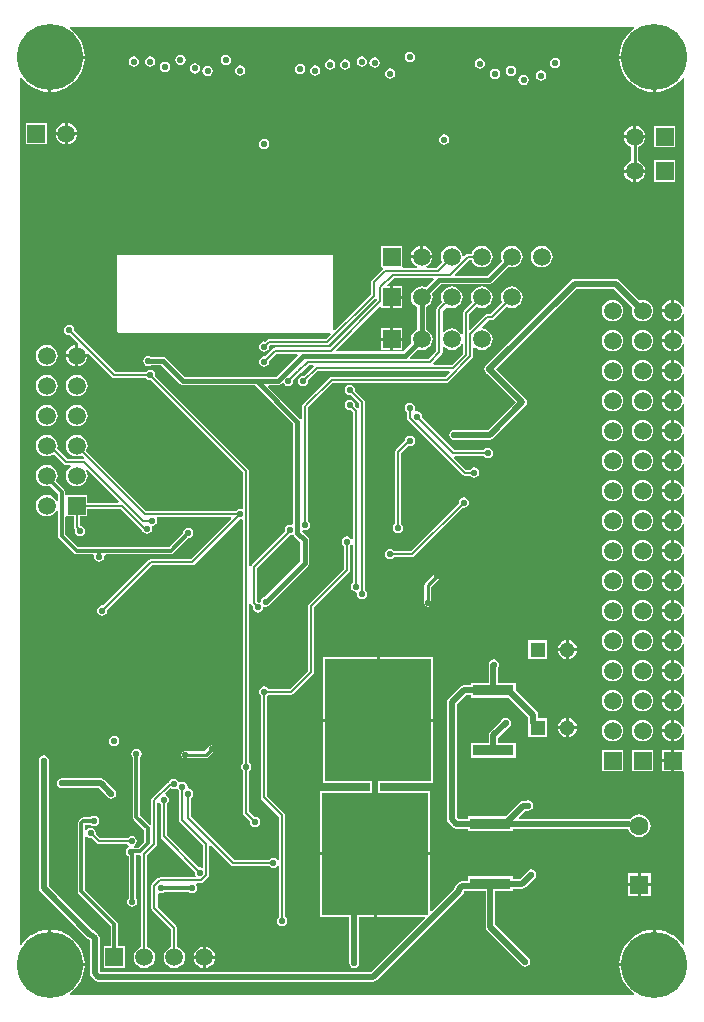
<source format=gbl>
G04*
G04 #@! TF.GenerationSoftware,Altium Limited,Altium Designer,20.1.14 (287)*
G04*
G04 Layer_Physical_Order=4*
G04 Layer_Color=16711680*
%FSLAX25Y25*%
%MOIN*%
G70*
G04*
G04 #@! TF.SameCoordinates,C357774A-A1FF-41C0-A387-8AFBD113A784*
G04*
G04*
G04 #@! TF.FilePolarity,Positive*
G04*
G01*
G75*
%ADD14C,0.00600*%
%ADD101C,0.01000*%
%ADD102C,0.00800*%
%ADD103C,0.02000*%
%ADD104C,0.01200*%
%ADD105C,0.01600*%
%ADD106C,0.05906*%
%ADD107R,0.05906X0.05906*%
%ADD108R,0.05906X0.05906*%
%ADD109C,0.05118*%
%ADD110R,0.05118X0.05118*%
%ADD111C,0.06299*%
%ADD112R,0.06299X0.06299*%
%ADD113C,0.22000*%
%ADD114C,0.02200*%
%ADD115R,0.13780X0.03740*%
%ADD116R,0.35433X0.40748*%
G36*
X331149Y425471D02*
X331284Y424989D01*
X331161Y424914D01*
X329772Y423728D01*
X328586Y422339D01*
X327632Y420783D01*
X326934Y419096D01*
X326507Y417320D01*
X326403Y416000D01*
X338000D01*
Y415500D01*
X338500D01*
Y403903D01*
X339820Y404007D01*
X341596Y404434D01*
X343283Y405132D01*
X344839Y406086D01*
X346228Y407272D01*
X347414Y408661D01*
X347489Y408784D01*
X347971Y408649D01*
X347971Y332230D01*
X347471Y332131D01*
X347182Y332827D01*
X346613Y333569D01*
X345870Y334139D01*
X345006Y334497D01*
X344579Y334553D01*
Y331035D01*
Y327518D01*
X345006Y327574D01*
X345870Y327932D01*
X346613Y328502D01*
X347182Y329244D01*
X347471Y329940D01*
X347971Y329841D01*
Y322230D01*
X347471Y322130D01*
X347182Y322827D01*
X346613Y323569D01*
X345870Y324139D01*
X345006Y324497D01*
X344579Y324553D01*
Y321035D01*
Y317518D01*
X345006Y317574D01*
X345870Y317932D01*
X346613Y318502D01*
X347182Y319244D01*
X347471Y319940D01*
X347971Y319841D01*
Y312230D01*
X347471Y312130D01*
X347182Y312827D01*
X346613Y313569D01*
X345870Y314139D01*
X345006Y314497D01*
X344579Y314553D01*
Y311035D01*
Y307518D01*
X345006Y307574D01*
X345870Y307932D01*
X346613Y308502D01*
X347182Y309244D01*
X347471Y309940D01*
X347971Y309841D01*
Y302230D01*
X347471Y302131D01*
X347182Y302827D01*
X346613Y303569D01*
X345870Y304139D01*
X345006Y304497D01*
X344579Y304553D01*
Y301035D01*
Y297518D01*
X345006Y297574D01*
X345870Y297932D01*
X346613Y298502D01*
X347182Y299244D01*
X347471Y299940D01*
X347971Y299841D01*
X347971Y292230D01*
X347471Y292130D01*
X347182Y292827D01*
X346613Y293569D01*
X345870Y294139D01*
X345006Y294497D01*
X344579Y294553D01*
Y291035D01*
Y287518D01*
X345006Y287574D01*
X345870Y287932D01*
X346613Y288502D01*
X347182Y289244D01*
X347471Y289940D01*
X347971Y289841D01*
Y282230D01*
X347471Y282131D01*
X347182Y282827D01*
X346613Y283569D01*
X345870Y284139D01*
X345006Y284497D01*
X344579Y284553D01*
Y281035D01*
Y277518D01*
X345006Y277574D01*
X345870Y277932D01*
X346613Y278502D01*
X347182Y279244D01*
X347471Y279940D01*
X347971Y279841D01*
Y272230D01*
X347471Y272130D01*
X347182Y272827D01*
X346613Y273569D01*
X345870Y274139D01*
X345006Y274497D01*
X344579Y274553D01*
Y271035D01*
Y267518D01*
X345006Y267574D01*
X345870Y267932D01*
X346613Y268502D01*
X347182Y269244D01*
X347471Y269940D01*
X347971Y269841D01*
X347971Y262230D01*
X347471Y262130D01*
X347182Y262827D01*
X346613Y263569D01*
X345870Y264139D01*
X345006Y264497D01*
X344579Y264553D01*
Y261035D01*
Y257518D01*
X345006Y257574D01*
X345870Y257932D01*
X346613Y258502D01*
X347182Y259244D01*
X347471Y259940D01*
X347971Y259841D01*
Y252230D01*
X347471Y252131D01*
X347182Y252827D01*
X346613Y253569D01*
X345870Y254139D01*
X345006Y254497D01*
X344579Y254553D01*
Y251035D01*
Y247518D01*
X345006Y247574D01*
X345870Y247932D01*
X346613Y248502D01*
X347182Y249244D01*
X347471Y249940D01*
X347971Y249841D01*
Y242230D01*
X347471Y242130D01*
X347182Y242827D01*
X346613Y243569D01*
X345870Y244139D01*
X345006Y244497D01*
X344579Y244553D01*
Y241035D01*
Y237518D01*
X345006Y237574D01*
X345870Y237932D01*
X346613Y238502D01*
X347182Y239244D01*
X347471Y239940D01*
X347971Y239841D01*
Y232230D01*
X347471Y232131D01*
X347182Y232827D01*
X346613Y233569D01*
X345870Y234139D01*
X345006Y234497D01*
X344579Y234553D01*
Y231035D01*
Y227518D01*
X345006Y227574D01*
X345870Y227932D01*
X346613Y228502D01*
X347182Y229244D01*
X347471Y229940D01*
X347971Y229841D01*
Y222230D01*
X347471Y222130D01*
X347182Y222827D01*
X346613Y223569D01*
X345870Y224139D01*
X345006Y224497D01*
X344579Y224553D01*
Y221035D01*
Y217518D01*
X345006Y217574D01*
X345870Y217932D01*
X346613Y218502D01*
X347182Y219244D01*
X347471Y219940D01*
X347971Y219841D01*
Y212230D01*
X347471Y212130D01*
X347182Y212827D01*
X346613Y213569D01*
X345870Y214139D01*
X345006Y214497D01*
X344579Y214553D01*
Y211035D01*
Y207518D01*
X345006Y207574D01*
X345870Y207932D01*
X346613Y208502D01*
X347182Y209244D01*
X347471Y209940D01*
X347971Y209841D01*
Y202230D01*
X347471Y202131D01*
X347182Y202827D01*
X346613Y203569D01*
X345870Y204139D01*
X345006Y204497D01*
X344579Y204553D01*
Y201035D01*
Y197518D01*
X345006Y197574D01*
X345870Y197932D01*
X346613Y198502D01*
X347182Y199244D01*
X347471Y199940D01*
X347971Y199841D01*
X347971Y192230D01*
X347471Y192130D01*
X347182Y192827D01*
X346613Y193569D01*
X345870Y194139D01*
X345006Y194497D01*
X344579Y194553D01*
Y191035D01*
Y187518D01*
X345006Y187574D01*
X345870Y187932D01*
X346613Y188502D01*
X347182Y189244D01*
X347471Y189940D01*
X347971Y189841D01*
Y184948D01*
X347632Y184588D01*
X347471Y184588D01*
X344579D01*
Y181035D01*
Y177483D01*
X347471D01*
X347971Y177123D01*
X347971Y119852D01*
X347489Y119716D01*
X347414Y119839D01*
X346228Y121228D01*
X344839Y122414D01*
X343283Y123368D01*
X341596Y124066D01*
X339820Y124493D01*
X338500Y124597D01*
Y113000D01*
X338000D01*
Y112500D01*
X326403D01*
X326507Y111180D01*
X326934Y109404D01*
X327632Y107717D01*
X328586Y106161D01*
X329772Y104772D01*
X331161Y103586D01*
X331284Y103511D01*
X331149Y103029D01*
X143351Y103029D01*
X143216Y103511D01*
X143339Y103586D01*
X144728Y104772D01*
X145914Y106161D01*
X146868Y107717D01*
X147566Y109404D01*
X147993Y111180D01*
X148097Y112500D01*
X136500D01*
Y113000D01*
X136000D01*
Y124597D01*
X134680Y124493D01*
X132904Y124066D01*
X131217Y123368D01*
X129661Y122414D01*
X128272Y121228D01*
X127086Y119839D01*
X127011Y119716D01*
X126529Y119851D01*
X126529Y408649D01*
X127011Y408784D01*
X127086Y408661D01*
X128272Y407272D01*
X129661Y406086D01*
X131217Y405132D01*
X132904Y404434D01*
X134680Y404007D01*
X136000Y403903D01*
Y415500D01*
X136500D01*
Y416000D01*
X148097D01*
X147993Y417320D01*
X147566Y419096D01*
X146868Y420783D01*
X145914Y422339D01*
X144728Y423728D01*
X143339Y424914D01*
X143216Y424990D01*
X143351Y425471D01*
X331149Y425471D01*
D02*
G37*
%LPC*%
G36*
X256500Y417233D02*
X255837Y417101D01*
X255274Y416726D01*
X254899Y416163D01*
X254767Y415500D01*
X254899Y414837D01*
X255274Y414274D01*
X255837Y413899D01*
X256500Y413767D01*
X257163Y413899D01*
X257726Y414274D01*
X258101Y414837D01*
X258233Y415500D01*
X258101Y416163D01*
X257726Y416726D01*
X257163Y417101D01*
X256500Y417233D01*
D02*
G37*
G36*
X180062Y416346D02*
X179399Y416214D01*
X178837Y415838D01*
X178461Y415276D01*
X178329Y414613D01*
X178461Y413949D01*
X178837Y413387D01*
X179399Y413011D01*
X180062Y412879D01*
X180726Y413011D01*
X181288Y413387D01*
X181664Y413949D01*
X181796Y414613D01*
X181664Y415276D01*
X181288Y415838D01*
X180726Y416214D01*
X180062Y416346D01*
D02*
G37*
G36*
X195161Y416331D02*
X194497Y416199D01*
X193935Y415824D01*
X193559Y415261D01*
X193427Y414598D01*
X193559Y413935D01*
X193935Y413373D01*
X194497Y412997D01*
X195161Y412865D01*
X195824Y412997D01*
X196386Y413373D01*
X196762Y413935D01*
X196894Y414598D01*
X196762Y415261D01*
X196386Y415824D01*
X195824Y416199D01*
X195161Y416331D01*
D02*
G37*
G36*
X240500Y415733D02*
X239837Y415601D01*
X239274Y415226D01*
X238899Y414663D01*
X238767Y414000D01*
X238899Y413337D01*
X239274Y412774D01*
X239837Y412399D01*
X240500Y412267D01*
X241163Y412399D01*
X241726Y412774D01*
X242101Y413337D01*
X242233Y414000D01*
X242101Y414663D01*
X241726Y415226D01*
X241163Y415601D01*
X240500Y415733D01*
D02*
G37*
G36*
X170000D02*
X169337Y415601D01*
X168774Y415226D01*
X168399Y414663D01*
X168267Y414000D01*
X168399Y413337D01*
X168774Y412774D01*
X169337Y412399D01*
X170000Y412267D01*
X170663Y412399D01*
X171226Y412774D01*
X171601Y413337D01*
X171733Y414000D01*
X171601Y414663D01*
X171226Y415226D01*
X170663Y415601D01*
X170000Y415733D01*
D02*
G37*
G36*
X164500D02*
X163837Y415601D01*
X163274Y415226D01*
X162899Y414663D01*
X162767Y414000D01*
X162899Y413337D01*
X163274Y412774D01*
X163837Y412399D01*
X164500Y412267D01*
X165163Y412399D01*
X165726Y412774D01*
X166101Y413337D01*
X166233Y414000D01*
X166101Y414663D01*
X165726Y415226D01*
X165163Y415601D01*
X164500Y415733D01*
D02*
G37*
G36*
X244799Y415435D02*
X244135Y415303D01*
X243573Y414927D01*
X243197Y414365D01*
X243065Y413701D01*
X243197Y413038D01*
X243573Y412476D01*
X244135Y412100D01*
X244799Y411968D01*
X245462Y412100D01*
X246024Y412476D01*
X246400Y413038D01*
X246532Y413701D01*
X246400Y414365D01*
X246024Y414927D01*
X245462Y415303D01*
X244799Y415435D01*
D02*
G37*
G36*
X305000Y415233D02*
X304337Y415101D01*
X303774Y414726D01*
X303399Y414163D01*
X303267Y413500D01*
X303399Y412837D01*
X303774Y412274D01*
X304337Y411899D01*
X305000Y411767D01*
X305663Y411899D01*
X306226Y412274D01*
X306601Y412837D01*
X306733Y413500D01*
X306601Y414163D01*
X306226Y414726D01*
X305663Y415101D01*
X305000Y415233D01*
D02*
G37*
G36*
X279815Y415055D02*
X279151Y414923D01*
X278589Y414547D01*
X278213Y413985D01*
X278081Y413321D01*
X278213Y412658D01*
X278589Y412096D01*
X279151Y411720D01*
X279815Y411588D01*
X280478Y411720D01*
X281040Y412096D01*
X281416Y412658D01*
X281548Y413321D01*
X281416Y413985D01*
X281040Y414547D01*
X280478Y414923D01*
X279815Y415055D01*
D02*
G37*
G36*
X235000Y414733D02*
X234337Y414601D01*
X233774Y414226D01*
X233399Y413663D01*
X233267Y413000D01*
X233399Y412337D01*
X233774Y411774D01*
X234337Y411399D01*
X235000Y411267D01*
X235663Y411399D01*
X236226Y411774D01*
X236601Y412337D01*
X236733Y413000D01*
X236601Y413663D01*
X236226Y414226D01*
X235663Y414601D01*
X235000Y414733D01*
D02*
G37*
G36*
X230000D02*
X229337Y414601D01*
X228774Y414226D01*
X228399Y413663D01*
X228267Y413000D01*
X228399Y412337D01*
X228774Y411774D01*
X229337Y411399D01*
X230000Y411267D01*
X230663Y411399D01*
X231226Y411774D01*
X231601Y412337D01*
X231733Y413000D01*
X231601Y413663D01*
X231226Y414226D01*
X230663Y414601D01*
X230000Y414733D01*
D02*
G37*
G36*
X174873Y413985D02*
X174210Y413853D01*
X173647Y413477D01*
X173272Y412915D01*
X173140Y412252D01*
X173272Y411588D01*
X173647Y411026D01*
X174210Y410650D01*
X174873Y410518D01*
X175536Y410650D01*
X176099Y411026D01*
X176474Y411588D01*
X176606Y412252D01*
X176474Y412915D01*
X176099Y413477D01*
X175536Y413853D01*
X174873Y413985D01*
D02*
G37*
G36*
X184819Y413470D02*
X184156Y413338D01*
X183593Y412963D01*
X183218Y412400D01*
X183086Y411737D01*
X183218Y411074D01*
X183593Y410511D01*
X184156Y410136D01*
X184819Y410004D01*
X185482Y410136D01*
X186045Y410511D01*
X186420Y411074D01*
X186552Y411737D01*
X186420Y412400D01*
X186045Y412963D01*
X185482Y413338D01*
X184819Y413470D01*
D02*
G37*
G36*
X220000Y413233D02*
X219337Y413101D01*
X218774Y412726D01*
X218399Y412163D01*
X218267Y411500D01*
X218399Y410837D01*
X218774Y410274D01*
X219337Y409899D01*
X220000Y409767D01*
X220663Y409899D01*
X221226Y410274D01*
X221601Y410837D01*
X221733Y411500D01*
X221601Y412163D01*
X221226Y412726D01*
X220663Y413101D01*
X220000Y413233D01*
D02*
G37*
G36*
X225000Y412733D02*
X224337Y412601D01*
X223774Y412226D01*
X223399Y411663D01*
X223267Y411000D01*
X223399Y410337D01*
X223774Y409774D01*
X224337Y409399D01*
X225000Y409267D01*
X225663Y409399D01*
X226226Y409774D01*
X226601Y410337D01*
X226733Y411000D01*
X226601Y411663D01*
X226226Y412226D01*
X225663Y412601D01*
X225000Y412733D01*
D02*
G37*
G36*
X200000D02*
X199337Y412601D01*
X198774Y412226D01*
X198399Y411663D01*
X198267Y411000D01*
X198399Y410337D01*
X198774Y409774D01*
X199337Y409399D01*
X200000Y409267D01*
X200663Y409399D01*
X201226Y409774D01*
X201601Y410337D01*
X201733Y411000D01*
X201601Y411663D01*
X201226Y412226D01*
X200663Y412601D01*
X200000Y412733D01*
D02*
G37*
G36*
X290287Y412684D02*
X289624Y412552D01*
X289061Y412176D01*
X288686Y411614D01*
X288554Y410950D01*
X288686Y410287D01*
X289061Y409725D01*
X289624Y409349D01*
X290287Y409217D01*
X290950Y409349D01*
X291513Y409725D01*
X291888Y410287D01*
X292020Y410950D01*
X291888Y411614D01*
X291513Y412176D01*
X290950Y412552D01*
X290287Y412684D01*
D02*
G37*
G36*
X189086Y412647D02*
X188423Y412516D01*
X187860Y412140D01*
X187484Y411578D01*
X187353Y410914D01*
X187484Y410251D01*
X187860Y409689D01*
X188423Y409313D01*
X189086Y409181D01*
X189749Y409313D01*
X190311Y409689D01*
X190687Y410251D01*
X190819Y410914D01*
X190687Y411578D01*
X190311Y412140D01*
X189749Y412516D01*
X189086Y412647D01*
D02*
G37*
G36*
X250000Y411733D02*
X249337Y411601D01*
X248774Y411226D01*
X248399Y410663D01*
X248267Y410000D01*
X248399Y409337D01*
X248774Y408774D01*
X249337Y408399D01*
X250000Y408267D01*
X250663Y408399D01*
X251226Y408774D01*
X251601Y409337D01*
X251733Y410000D01*
X251601Y410663D01*
X251226Y411226D01*
X250663Y411601D01*
X250000Y411733D01*
D02*
G37*
G36*
X284952Y411696D02*
X284289Y411564D01*
X283726Y411188D01*
X283351Y410626D01*
X283219Y409962D01*
X283351Y409299D01*
X283726Y408737D01*
X284289Y408361D01*
X284952Y408229D01*
X285615Y408361D01*
X286178Y408737D01*
X286553Y409299D01*
X286685Y409962D01*
X286553Y410626D01*
X286178Y411188D01*
X285615Y411564D01*
X284952Y411696D01*
D02*
G37*
G36*
X300265Y411103D02*
X299602Y410971D01*
X299040Y410595D01*
X298664Y410033D01*
X298532Y409370D01*
X298664Y408707D01*
X299040Y408144D01*
X299602Y407768D01*
X300265Y407636D01*
X300929Y407768D01*
X301491Y408144D01*
X301867Y408707D01*
X301999Y409370D01*
X301867Y410033D01*
X301491Y410595D01*
X300929Y410971D01*
X300265Y411103D01*
D02*
G37*
G36*
X294436Y409621D02*
X293773Y409489D01*
X293211Y409113D01*
X292835Y408551D01*
X292703Y407888D01*
X292835Y407225D01*
X293211Y406662D01*
X293773Y406286D01*
X294436Y406154D01*
X295100Y406286D01*
X295662Y406662D01*
X296038Y407225D01*
X296170Y407888D01*
X296038Y408551D01*
X295662Y409113D01*
X295100Y409489D01*
X294436Y409621D01*
D02*
G37*
G36*
X337500Y415000D02*
X326403D01*
X326507Y413680D01*
X326934Y411904D01*
X327632Y410217D01*
X328586Y408661D01*
X329772Y407272D01*
X331161Y406086D01*
X332717Y405132D01*
X334404Y404434D01*
X336180Y404007D01*
X337500Y403903D01*
Y415000D01*
D02*
G37*
G36*
X148097D02*
X137000D01*
Y403903D01*
X138320Y404007D01*
X140096Y404434D01*
X141783Y405132D01*
X143339Y406086D01*
X144728Y407272D01*
X145914Y408661D01*
X146868Y410217D01*
X147566Y411904D01*
X147993Y413680D01*
X148097Y415000D01*
D02*
G37*
G36*
X142500Y393518D02*
Y390500D01*
X145518D01*
X145461Y390927D01*
X145103Y391792D01*
X144534Y392534D01*
X143792Y393103D01*
X142927Y393461D01*
X142500Y393518D01*
D02*
G37*
G36*
X141500D02*
X141073Y393461D01*
X140208Y393103D01*
X139466Y392534D01*
X138897Y391792D01*
X138539Y390927D01*
X138482Y390500D01*
X141500D01*
Y393518D01*
D02*
G37*
G36*
X332000Y392518D02*
Y389500D01*
X335018D01*
X334961Y389927D01*
X334603Y390792D01*
X334034Y391534D01*
X333292Y392103D01*
X332427Y392461D01*
X332000Y392518D01*
D02*
G37*
G36*
X331000D02*
X330573Y392461D01*
X329708Y392103D01*
X328966Y391534D01*
X328397Y390792D01*
X328039Y389927D01*
X327982Y389500D01*
X331000D01*
Y392518D01*
D02*
G37*
G36*
X145518Y389500D02*
X142500D01*
Y386482D01*
X142927Y386539D01*
X143792Y386897D01*
X144534Y387466D01*
X145103Y388208D01*
X145461Y389073D01*
X145518Y389500D01*
D02*
G37*
G36*
X141500D02*
X138482D01*
X138539Y389073D01*
X138897Y388208D01*
X139466Y387466D01*
X140208Y386897D01*
X141073Y386539D01*
X141500Y386482D01*
Y389500D01*
D02*
G37*
G36*
X135553Y393553D02*
X128447D01*
Y386447D01*
X135553D01*
Y393553D01*
D02*
G37*
G36*
X268000Y389733D02*
X267337Y389601D01*
X266774Y389226D01*
X266399Y388663D01*
X266267Y388000D01*
X266399Y387337D01*
X266774Y386774D01*
X267337Y386399D01*
X268000Y386267D01*
X268663Y386399D01*
X269226Y386774D01*
X269601Y387337D01*
X269733Y388000D01*
X269601Y388663D01*
X269226Y389226D01*
X268663Y389601D01*
X268000Y389733D01*
D02*
G37*
G36*
X345053Y392553D02*
X337947D01*
Y385447D01*
X345053D01*
Y392553D01*
D02*
G37*
G36*
X208000Y388233D02*
X207337Y388101D01*
X206774Y387726D01*
X206399Y387163D01*
X206267Y386500D01*
X206399Y385837D01*
X206774Y385274D01*
X207337Y384899D01*
X208000Y384767D01*
X208663Y384899D01*
X209226Y385274D01*
X209601Y385837D01*
X209733Y386500D01*
X209601Y387163D01*
X209226Y387726D01*
X208663Y388101D01*
X208000Y388233D01*
D02*
G37*
G36*
X335018Y388500D02*
X331500D01*
X327982D01*
X328039Y388073D01*
X328397Y387208D01*
X328966Y386466D01*
X329708Y385897D01*
X330379Y385619D01*
Y380881D01*
X329708Y380603D01*
X328966Y380034D01*
X328397Y379292D01*
X328039Y378427D01*
X327982Y378000D01*
X331500D01*
X335018D01*
X334961Y378427D01*
X334603Y379292D01*
X334034Y380034D01*
X333292Y380603D01*
X332622Y380881D01*
Y385619D01*
X333292Y385897D01*
X334034Y386466D01*
X334603Y387208D01*
X334961Y388073D01*
X335018Y388500D01*
D02*
G37*
G36*
Y377000D02*
X332000D01*
Y373982D01*
X332427Y374039D01*
X333292Y374397D01*
X334034Y374966D01*
X334603Y375708D01*
X334961Y376573D01*
X335018Y377000D01*
D02*
G37*
G36*
X331000D02*
X327982D01*
X328039Y376573D01*
X328397Y375708D01*
X328966Y374966D01*
X329708Y374397D01*
X330573Y374039D01*
X331000Y373982D01*
Y377000D01*
D02*
G37*
G36*
X345053Y381053D02*
X337947D01*
Y373947D01*
X345053D01*
Y381053D01*
D02*
G37*
G36*
X261000Y352518D02*
Y349500D01*
X264018D01*
X263961Y349927D01*
X263603Y350792D01*
X263034Y351534D01*
X262292Y352103D01*
X261427Y352461D01*
X261000Y352518D01*
D02*
G37*
G36*
X260000D02*
X259573Y352461D01*
X258708Y352103D01*
X257966Y351534D01*
X257397Y350792D01*
X257039Y349927D01*
X256982Y349500D01*
X260000D01*
Y352518D01*
D02*
G37*
G36*
X300500Y352583D02*
X299573Y352461D01*
X298708Y352103D01*
X297966Y351534D01*
X297397Y350792D01*
X297039Y349927D01*
X296917Y349000D01*
X297039Y348073D01*
X297397Y347208D01*
X297966Y346466D01*
X298708Y345897D01*
X299573Y345539D01*
X300500Y345417D01*
X301427Y345539D01*
X302292Y345897D01*
X303034Y346466D01*
X303603Y347208D01*
X303961Y348073D01*
X304083Y349000D01*
X303961Y349927D01*
X303603Y350792D01*
X303034Y351534D01*
X302292Y352103D01*
X301427Y352461D01*
X300500Y352583D01*
D02*
G37*
G36*
X290500D02*
X289573Y352461D01*
X288708Y352103D01*
X287966Y351534D01*
X287397Y350792D01*
X287039Y349927D01*
X286917Y349000D01*
X287039Y348073D01*
X287190Y347708D01*
X282170Y342689D01*
X271733D01*
X271542Y343151D01*
X276371Y347980D01*
X277077D01*
X277397Y347208D01*
X277966Y346466D01*
X278708Y345897D01*
X279573Y345539D01*
X280500Y345417D01*
X281427Y345539D01*
X282292Y345897D01*
X283034Y346466D01*
X283603Y347208D01*
X283961Y348073D01*
X284083Y349000D01*
X283961Y349927D01*
X283603Y350792D01*
X283034Y351534D01*
X282292Y352103D01*
X281427Y352461D01*
X280500Y352583D01*
X279573Y352461D01*
X278708Y352103D01*
X277966Y351534D01*
X277397Y350792D01*
X277077Y350020D01*
X275949D01*
X275558Y349942D01*
X275228Y349721D01*
X274578Y349072D01*
X274050Y349251D01*
X273961Y349927D01*
X273603Y350792D01*
X273034Y351534D01*
X272292Y352103D01*
X271427Y352461D01*
X270500Y352583D01*
X269573Y352461D01*
X268708Y352103D01*
X267966Y351534D01*
X267397Y350792D01*
X267039Y349927D01*
X266917Y349000D01*
X267039Y348073D01*
X267358Y347300D01*
X265339Y345281D01*
X262112D01*
X262013Y345781D01*
X262292Y345897D01*
X263034Y346466D01*
X263603Y347208D01*
X263961Y348073D01*
X264018Y348500D01*
X256982D01*
X257039Y348073D01*
X257397Y347208D01*
X257966Y346466D01*
X258708Y345897D01*
X258987Y345781D01*
X258888Y345281D01*
X254484D01*
X254053Y345447D01*
X254053Y345781D01*
Y352553D01*
X246947D01*
Y345447D01*
X247336D01*
X247490Y345096D01*
X247505Y344947D01*
X243779Y341221D01*
X243558Y340890D01*
X243480Y340500D01*
Y336422D01*
X231547Y324489D01*
X231047Y324696D01*
Y348988D01*
X230857Y349447D01*
X230398Y349638D01*
X159531D01*
X159072Y349447D01*
X158882Y348988D01*
Y324185D01*
X159072Y323726D01*
X159531Y323536D01*
X229887D01*
X230094Y323036D01*
X228578Y321520D01*
X209500D01*
X209110Y321442D01*
X208779Y321221D01*
X208243Y320685D01*
X208000Y320733D01*
X207337Y320601D01*
X206774Y320226D01*
X206399Y319663D01*
X206267Y319000D01*
X206399Y318337D01*
X206774Y317774D01*
X207337Y317399D01*
X208000Y317267D01*
X208663Y317399D01*
X209226Y317774D01*
X209601Y318337D01*
X209733Y319000D01*
X209721Y319064D01*
X210082Y319480D01*
X229000D01*
X229390Y319558D01*
X229721Y319779D01*
X245118Y335176D01*
X245562Y335026D01*
X245589Y334531D01*
X229778Y318720D01*
X211700D01*
X211310Y318642D01*
X210979Y318421D01*
X208243Y315685D01*
X208000Y315733D01*
X207337Y315601D01*
X206774Y315226D01*
X206399Y314663D01*
X206267Y314000D01*
X206399Y313337D01*
X206774Y312774D01*
X207337Y312399D01*
X208000Y312267D01*
X208663Y312399D01*
X209226Y312774D01*
X209601Y313337D01*
X209733Y314000D01*
X209685Y314243D01*
X212122Y316680D01*
X219008D01*
X219200Y316218D01*
X211909Y308927D01*
X205500D01*
X205500Y308927D01*
X205500Y308927D01*
X181591D01*
X175308Y315211D01*
X174844Y315521D01*
X174298Y315629D01*
X174298Y315629D01*
X170315D01*
X170055Y315803D01*
X169392Y315935D01*
X168728Y315803D01*
X168166Y315427D01*
X167790Y314865D01*
X167658Y314202D01*
X167790Y313539D01*
X168166Y312976D01*
X168728Y312600D01*
X169392Y312469D01*
X170055Y312600D01*
X170315Y312774D01*
X173707D01*
X179991Y306491D01*
X179991Y306491D01*
X180454Y306181D01*
X181000Y306073D01*
X204909D01*
X217573Y293409D01*
Y259807D01*
X217073Y259496D01*
X216600Y259590D01*
X215937Y259458D01*
X215374Y259082D01*
X214999Y258520D01*
X214867Y257856D01*
X214948Y257449D01*
X203779Y246281D01*
X203558Y245950D01*
X203520Y245757D01*
X203020Y245806D01*
Y277500D01*
X202942Y277890D01*
X202721Y278221D01*
X171685Y309257D01*
X171733Y309500D01*
X171601Y310163D01*
X171226Y310726D01*
X170663Y311101D01*
X170000Y311233D01*
X169337Y311101D01*
X168774Y310726D01*
X168637Y310520D01*
X158422D01*
X144685Y324257D01*
X144733Y324500D01*
X144601Y325163D01*
X144226Y325726D01*
X143663Y326101D01*
X143000Y326233D01*
X142337Y326101D01*
X141774Y325726D01*
X141399Y325163D01*
X141267Y324500D01*
X141399Y323837D01*
X141774Y323274D01*
X142337Y322899D01*
X143000Y322767D01*
X143243Y322815D01*
X146042Y320016D01*
X146000Y319932D01*
Y316500D01*
X149432D01*
X149516Y316542D01*
X157279Y308779D01*
X157610Y308558D01*
X158000Y308480D01*
X168637D01*
X168774Y308274D01*
X169337Y307899D01*
X170000Y307767D01*
X170243Y307815D01*
X200980Y277078D01*
Y265139D01*
X200480Y264831D01*
X200000Y264927D01*
X199337Y264795D01*
X198774Y264419D01*
X198637Y264213D01*
X168729D01*
X148642Y284300D01*
X148961Y285073D01*
X149083Y286000D01*
X148961Y286927D01*
X148603Y287792D01*
X148034Y288534D01*
X147292Y289103D01*
X146427Y289461D01*
X145500Y289583D01*
X144573Y289461D01*
X143708Y289103D01*
X142966Y288534D01*
X142397Y287792D01*
X142039Y286927D01*
X141917Y286000D01*
X142039Y285073D01*
X142397Y284208D01*
X142966Y283466D01*
X143708Y282897D01*
X144573Y282539D01*
X145500Y282417D01*
X146427Y282539D01*
X147200Y282858D01*
X148056Y282002D01*
X148052Y281965D01*
X147831Y281520D01*
X142422D01*
X138934Y285008D01*
X138961Y285073D01*
X139083Y286000D01*
X138961Y286927D01*
X138603Y287792D01*
X138034Y288534D01*
X137292Y289103D01*
X136427Y289461D01*
X135500Y289583D01*
X134573Y289461D01*
X133708Y289103D01*
X132966Y288534D01*
X132397Y287792D01*
X132039Y286927D01*
X131917Y286000D01*
X132039Y285073D01*
X132397Y284208D01*
X132966Y283466D01*
X133708Y282897D01*
X134573Y282539D01*
X135500Y282417D01*
X136427Y282539D01*
X137292Y282897D01*
X137784Y283274D01*
X141279Y279779D01*
X141610Y279558D01*
X142000Y279480D01*
X143378D01*
X143548Y278980D01*
X142966Y278534D01*
X142397Y277792D01*
X142039Y276927D01*
X141917Y276000D01*
X142039Y275073D01*
X142397Y274208D01*
X142966Y273466D01*
X143708Y272897D01*
X144573Y272539D01*
X145500Y272417D01*
X146427Y272539D01*
X147292Y272897D01*
X148034Y273466D01*
X148603Y274208D01*
X148961Y275073D01*
X149083Y276000D01*
X148961Y276927D01*
X148603Y277792D01*
X149014Y278044D01*
X159576Y267481D01*
X159385Y267020D01*
X149053D01*
Y269553D01*
X142224D01*
X141947Y269553D01*
X141724Y269960D01*
Y270500D01*
X141630Y270968D01*
X141365Y271365D01*
X138568Y274162D01*
X138603Y274208D01*
X138961Y275073D01*
X139083Y276000D01*
X138961Y276927D01*
X138603Y277792D01*
X138034Y278534D01*
X137292Y279103D01*
X136427Y279461D01*
X135500Y279583D01*
X134573Y279461D01*
X133708Y279103D01*
X132966Y278534D01*
X132397Y277792D01*
X132039Y276927D01*
X131917Y276000D01*
X132039Y275073D01*
X132397Y274208D01*
X132966Y273466D01*
X133708Y272897D01*
X134573Y272539D01*
X135500Y272417D01*
X136427Y272539D01*
X136642Y272628D01*
X139277Y269993D01*
Y267473D01*
X138777Y267374D01*
X138603Y267792D01*
X138034Y268534D01*
X137292Y269103D01*
X136427Y269461D01*
X135500Y269583D01*
X134573Y269461D01*
X133708Y269103D01*
X132966Y268534D01*
X132397Y267792D01*
X132039Y266927D01*
X131917Y266000D01*
X132039Y265073D01*
X132397Y264208D01*
X132966Y263466D01*
X133708Y262897D01*
X134573Y262539D01*
X135500Y262417D01*
X136427Y262539D01*
X137292Y262897D01*
X138034Y263466D01*
X138603Y264208D01*
X138777Y264626D01*
X139277Y264527D01*
Y256000D01*
X139370Y255532D01*
X139635Y255135D01*
X144635Y250135D01*
X145032Y249870D01*
X145500Y249777D01*
X150919D01*
X151322Y249276D01*
X151267Y249000D01*
X151399Y248337D01*
X151774Y247774D01*
X152337Y247399D01*
X153000Y247267D01*
X153663Y247399D01*
X154226Y247774D01*
X154601Y248337D01*
X154733Y249000D01*
X154678Y249276D01*
X155081Y249777D01*
X176828D01*
X177297Y249870D01*
X177694Y250135D01*
X182662Y255103D01*
X182664Y255102D01*
X183327Y255234D01*
X183890Y255610D01*
X184266Y256172D01*
X184397Y256836D01*
X184266Y257499D01*
X183890Y258061D01*
X183327Y258437D01*
X182664Y258569D01*
X182001Y258437D01*
X181439Y258061D01*
X181063Y257499D01*
X180931Y256836D01*
X180931Y256833D01*
X176322Y252223D01*
X146007D01*
X141724Y256507D01*
Y262040D01*
X141947Y262447D01*
X142224Y262447D01*
X144582D01*
Y258933D01*
X144652Y258582D01*
X144851Y258284D01*
X144928Y258207D01*
X144899Y258163D01*
X144767Y257500D01*
X144899Y256837D01*
X145274Y256274D01*
X145837Y255899D01*
X146500Y255767D01*
X147163Y255899D01*
X147726Y256274D01*
X148101Y256837D01*
X148233Y257500D01*
X148101Y258163D01*
X147726Y258726D01*
X147163Y259101D01*
X146500Y259233D01*
X146418Y259721D01*
Y262447D01*
X149053D01*
Y264980D01*
X160239D01*
X167236Y257983D01*
X167299Y257671D01*
X167674Y257108D01*
X168237Y256733D01*
X168900Y256601D01*
X169563Y256733D01*
X170126Y257108D01*
X170501Y257671D01*
X170633Y258334D01*
X170544Y258785D01*
X170576Y259061D01*
X170885Y259323D01*
X171263Y259399D01*
X171826Y259774D01*
X172201Y260337D01*
X172333Y261000D01*
X172201Y261663D01*
X172155Y261733D01*
X172391Y262174D01*
X196885D01*
X197076Y261712D01*
X183481Y248116D01*
X170097D01*
X169707Y248039D01*
X169376Y247818D01*
X154243Y232685D01*
X154000Y232733D01*
X153337Y232601D01*
X152774Y232226D01*
X152399Y231663D01*
X152267Y231000D01*
X152399Y230337D01*
X152774Y229774D01*
X153337Y229399D01*
X154000Y229267D01*
X154663Y229399D01*
X155226Y229774D01*
X155601Y230337D01*
X155733Y231000D01*
X155685Y231243D01*
X170519Y246077D01*
X183903D01*
X184293Y246155D01*
X184624Y246376D01*
X199757Y261508D01*
X200000Y261460D01*
X200480Y261556D01*
X200980Y261248D01*
Y180363D01*
X200774Y180226D01*
X200399Y179663D01*
X200267Y179000D01*
X200399Y178337D01*
X200774Y177774D01*
X200980Y177637D01*
Y163500D01*
X201058Y163110D01*
X201279Y162779D01*
X203315Y160743D01*
X203267Y160500D01*
X203399Y159837D01*
X203774Y159274D01*
X204337Y158899D01*
X205000Y158767D01*
X205663Y158899D01*
X206226Y159274D01*
X206601Y159837D01*
X206733Y160500D01*
X206601Y161163D01*
X206226Y161726D01*
X205663Y162101D01*
X205000Y162233D01*
X204757Y162185D01*
X203020Y163922D01*
Y177637D01*
X203226Y177774D01*
X203601Y178337D01*
X203733Y179000D01*
X203601Y179663D01*
X203226Y180226D01*
X203020Y180363D01*
Y233254D01*
X203520Y233303D01*
X203558Y233110D01*
X203779Y232779D01*
X204262Y232296D01*
X204214Y232053D01*
X204346Y231390D01*
X204721Y230827D01*
X205284Y230452D01*
X205947Y230320D01*
X206610Y230452D01*
X207173Y230827D01*
X207548Y231390D01*
X207662Y231962D01*
X207705Y232068D01*
X208133Y232340D01*
X208500Y232267D01*
X209163Y232399D01*
X209726Y232774D01*
X210101Y233337D01*
X210162Y233644D01*
X222509Y245991D01*
X222509Y245991D01*
X222819Y246454D01*
X222927Y247000D01*
X222927Y247000D01*
Y254500D01*
X222819Y255046D01*
X222509Y255509D01*
X222509Y255509D01*
X220735Y257284D01*
X220874Y257852D01*
X220927Y257881D01*
X221500Y257767D01*
X222163Y257899D01*
X222726Y258274D01*
X223101Y258837D01*
X223233Y259500D01*
X223101Y260163D01*
X222726Y260726D01*
X222520Y260863D01*
Y298609D01*
X222626Y298716D01*
X222721Y298779D01*
X230922Y306980D01*
X268839D01*
X269229Y307058D01*
X269559Y307279D01*
X277368Y315088D01*
X277589Y315419D01*
X277667Y315809D01*
Y318566D01*
X278167Y318812D01*
X278708Y318397D01*
X279573Y318039D01*
X280500Y317917D01*
X281427Y318039D01*
X282292Y318397D01*
X283034Y318966D01*
X283603Y319708D01*
X283961Y320573D01*
X284083Y321500D01*
X283961Y322427D01*
X283603Y323292D01*
X283034Y324034D01*
X282292Y324603D01*
X281427Y324961D01*
X280751Y325050D01*
X280572Y325578D01*
X282783Y327790D01*
X283809D01*
X284200Y327868D01*
X284530Y328088D01*
X288800Y332359D01*
X289573Y332039D01*
X290500Y331917D01*
X291427Y332039D01*
X292292Y332397D01*
X293034Y332966D01*
X293603Y333708D01*
X293961Y334573D01*
X294083Y335500D01*
X293961Y336427D01*
X293603Y337292D01*
X293034Y338034D01*
X292292Y338603D01*
X291427Y338961D01*
X290500Y339083D01*
X289573Y338961D01*
X288708Y338603D01*
X287966Y338034D01*
X287397Y337292D01*
X287039Y336427D01*
X286917Y335500D01*
X287039Y334573D01*
X287358Y333800D01*
X283387Y329829D01*
X282361D01*
X281971Y329751D01*
X281640Y329530D01*
X276743Y324634D01*
X276281Y324825D01*
Y329839D01*
X278800Y332359D01*
X279573Y332039D01*
X280500Y331917D01*
X281427Y332039D01*
X282292Y332397D01*
X283034Y332966D01*
X283603Y333708D01*
X283961Y334573D01*
X284083Y335500D01*
X283961Y336427D01*
X283603Y337292D01*
X283034Y338034D01*
X282292Y338603D01*
X281427Y338961D01*
X280500Y339083D01*
X279573Y338961D01*
X278708Y338603D01*
X277966Y338034D01*
X277397Y337292D01*
X277039Y336427D01*
X276917Y335500D01*
X277039Y334573D01*
X277359Y333800D01*
X274541Y330982D01*
X274320Y330652D01*
X274242Y330261D01*
Y323057D01*
X273742Y322957D01*
X273603Y323292D01*
X273034Y324034D01*
X272292Y324603D01*
X271427Y324961D01*
X270500Y325083D01*
X269573Y324961D01*
X268708Y324603D01*
X267966Y324034D01*
X267899Y323946D01*
X267425Y324107D01*
Y330983D01*
X268800Y332359D01*
X269573Y332039D01*
X270500Y331917D01*
X271427Y332039D01*
X272292Y332397D01*
X273034Y332966D01*
X273603Y333708D01*
X273961Y334573D01*
X274083Y335500D01*
X273961Y336427D01*
X273603Y337292D01*
X273034Y338034D01*
X272292Y338603D01*
X271427Y338961D01*
X270500Y339083D01*
X269573Y338961D01*
X268708Y338603D01*
X267966Y338034D01*
X267397Y337292D01*
X267039Y336427D01*
X266917Y335500D01*
X267039Y334573D01*
X267358Y333800D01*
X265685Y332126D01*
X265463Y331796D01*
X265386Y331405D01*
Y317540D01*
X262865Y315020D01*
X256692D01*
X256500Y315481D01*
X259208Y318190D01*
X259573Y318039D01*
X260500Y317917D01*
X261427Y318039D01*
X262292Y318397D01*
X263034Y318966D01*
X263603Y319708D01*
X263961Y320573D01*
X264083Y321500D01*
X263961Y322427D01*
X263603Y323292D01*
X263034Y324034D01*
X262292Y324603D01*
X261927Y324754D01*
Y332246D01*
X262292Y332397D01*
X263034Y332966D01*
X263603Y333708D01*
X263961Y334573D01*
X264083Y335500D01*
X263961Y336427D01*
X263810Y336792D01*
X266853Y339834D01*
X282762D01*
X282762Y339834D01*
X283308Y339943D01*
X283771Y340252D01*
X289208Y345690D01*
X289573Y345539D01*
X290500Y345417D01*
X291427Y345539D01*
X292292Y345897D01*
X293034Y346466D01*
X293603Y347208D01*
X293961Y348073D01*
X294083Y349000D01*
X293961Y349927D01*
X293603Y350792D01*
X293034Y351534D01*
X292292Y352103D01*
X291427Y352461D01*
X290500Y352583D01*
D02*
G37*
G36*
X343579Y334553D02*
X343151Y334497D01*
X342287Y334139D01*
X341545Y333569D01*
X340975Y332827D01*
X340617Y331963D01*
X340561Y331535D01*
X343579D01*
Y334553D01*
D02*
G37*
G36*
Y330535D02*
X340561D01*
X340617Y330108D01*
X340975Y329244D01*
X341545Y328502D01*
X342287Y327932D01*
X343151Y327574D01*
X343579Y327518D01*
Y330535D01*
D02*
G37*
G36*
X325114Y341631D02*
X311500D01*
X310875Y341507D01*
X310346Y341154D01*
X282230Y313038D01*
X281796Y312748D01*
X281420Y312185D01*
X281288Y311522D01*
X281420Y310859D01*
X281796Y310297D01*
X282230Y310006D01*
X291754Y300483D01*
X282554Y291283D01*
X271913D01*
X271400Y291384D01*
X270737Y291252D01*
X270174Y290877D01*
X269799Y290314D01*
X269667Y289651D01*
X269799Y288988D01*
X270174Y288425D01*
X270737Y288050D01*
X271400Y287918D01*
X271913Y288020D01*
X283229D01*
X283854Y288144D01*
X284383Y288498D01*
X295215Y299329D01*
X295568Y299858D01*
X295692Y300483D01*
X295568Y301107D01*
X295215Y301636D01*
X285329Y311522D01*
X312175Y338369D01*
X324438D01*
X330684Y332123D01*
X330617Y331963D01*
X330495Y331035D01*
X330617Y330108D01*
X330975Y329244D01*
X331545Y328502D01*
X332287Y327932D01*
X333151Y327574D01*
X334079Y327452D01*
X335006Y327574D01*
X335870Y327932D01*
X336613Y328502D01*
X337182Y329244D01*
X337540Y330108D01*
X337662Y331035D01*
X337540Y331963D01*
X337182Y332827D01*
X336613Y333569D01*
X335870Y334139D01*
X335006Y334497D01*
X334079Y334619D01*
X333151Y334497D01*
X332991Y334430D01*
X326268Y341154D01*
X325738Y341507D01*
X325114Y341631D01*
D02*
G37*
G36*
X324079Y334619D02*
X323151Y334497D01*
X322287Y334139D01*
X321545Y333569D01*
X320975Y332827D01*
X320617Y331963D01*
X320495Y331035D01*
X320617Y330108D01*
X320975Y329244D01*
X321545Y328502D01*
X322287Y327932D01*
X323151Y327574D01*
X324079Y327452D01*
X325006Y327574D01*
X325870Y327932D01*
X326613Y328502D01*
X327182Y329244D01*
X327540Y330108D01*
X327662Y331035D01*
X327540Y331963D01*
X327182Y332827D01*
X326613Y333569D01*
X325870Y334139D01*
X325006Y334497D01*
X324079Y334619D01*
D02*
G37*
G36*
X343579Y324553D02*
X343151Y324497D01*
X342287Y324139D01*
X341545Y323569D01*
X340975Y322827D01*
X340617Y321963D01*
X340561Y321535D01*
X343579D01*
Y324553D01*
D02*
G37*
G36*
Y320535D02*
X340561D01*
X340617Y320108D01*
X340975Y319244D01*
X341545Y318502D01*
X342287Y317932D01*
X343151Y317574D01*
X343579Y317518D01*
Y320535D01*
D02*
G37*
G36*
X334079Y324619D02*
X333151Y324497D01*
X332287Y324139D01*
X331545Y323569D01*
X330975Y322827D01*
X330617Y321963D01*
X330495Y321035D01*
X330617Y320108D01*
X330975Y319244D01*
X331545Y318502D01*
X332287Y317932D01*
X333151Y317574D01*
X334079Y317452D01*
X335006Y317574D01*
X335870Y317932D01*
X336613Y318502D01*
X337182Y319244D01*
X337540Y320108D01*
X337662Y321035D01*
X337540Y321963D01*
X337182Y322827D01*
X336613Y323569D01*
X335870Y324139D01*
X335006Y324497D01*
X334079Y324619D01*
D02*
G37*
G36*
X324079D02*
X323151Y324497D01*
X322287Y324139D01*
X321545Y323569D01*
X320975Y322827D01*
X320617Y321963D01*
X320495Y321035D01*
X320617Y320108D01*
X320975Y319244D01*
X321545Y318502D01*
X322287Y317932D01*
X323151Y317574D01*
X324079Y317452D01*
X325006Y317574D01*
X325870Y317932D01*
X326613Y318502D01*
X327182Y319244D01*
X327540Y320108D01*
X327662Y321035D01*
X327540Y321963D01*
X327182Y322827D01*
X326613Y323569D01*
X325870Y324139D01*
X325006Y324497D01*
X324079Y324619D01*
D02*
G37*
G36*
X145000Y319518D02*
X144573Y319461D01*
X143708Y319103D01*
X142966Y318534D01*
X142397Y317792D01*
X142039Y316927D01*
X141982Y316500D01*
X145000D01*
Y319518D01*
D02*
G37*
G36*
X149018Y315500D02*
X146000D01*
Y312482D01*
X146427Y312539D01*
X147292Y312897D01*
X148034Y313466D01*
X148603Y314208D01*
X148961Y315073D01*
X149018Y315500D01*
D02*
G37*
G36*
X145000D02*
X141982D01*
X142039Y315073D01*
X142397Y314208D01*
X142966Y313466D01*
X143708Y312897D01*
X144573Y312539D01*
X145000Y312482D01*
Y315500D01*
D02*
G37*
G36*
X135500Y319583D02*
X134573Y319461D01*
X133708Y319103D01*
X132966Y318534D01*
X132397Y317792D01*
X132039Y316927D01*
X131917Y316000D01*
X132039Y315073D01*
X132397Y314208D01*
X132966Y313466D01*
X133708Y312897D01*
X134573Y312539D01*
X135500Y312417D01*
X136427Y312539D01*
X137292Y312897D01*
X138034Y313466D01*
X138603Y314208D01*
X138961Y315073D01*
X139083Y316000D01*
X138961Y316927D01*
X138603Y317792D01*
X138034Y318534D01*
X137292Y319103D01*
X136427Y319461D01*
X135500Y319583D01*
D02*
G37*
G36*
X343579Y314553D02*
X343151Y314497D01*
X342287Y314139D01*
X341545Y313569D01*
X340975Y312827D01*
X340617Y311963D01*
X340561Y311535D01*
X343579D01*
Y314553D01*
D02*
G37*
G36*
Y310535D02*
X340561D01*
X340617Y310108D01*
X340975Y309244D01*
X341545Y308502D01*
X342287Y307932D01*
X343151Y307574D01*
X343579Y307518D01*
Y310535D01*
D02*
G37*
G36*
X334079Y314619D02*
X333151Y314497D01*
X332287Y314139D01*
X331545Y313569D01*
X330975Y312827D01*
X330617Y311963D01*
X330495Y311035D01*
X330617Y310108D01*
X330975Y309244D01*
X331545Y308502D01*
X332287Y307932D01*
X333151Y307574D01*
X334079Y307452D01*
X335006Y307574D01*
X335870Y307932D01*
X336613Y308502D01*
X337182Y309244D01*
X337540Y310108D01*
X337662Y311035D01*
X337540Y311963D01*
X337182Y312827D01*
X336613Y313569D01*
X335870Y314139D01*
X335006Y314497D01*
X334079Y314619D01*
D02*
G37*
G36*
X324079D02*
X323151Y314497D01*
X322287Y314139D01*
X321545Y313569D01*
X320975Y312827D01*
X320617Y311963D01*
X320495Y311035D01*
X320617Y310108D01*
X320975Y309244D01*
X321545Y308502D01*
X322287Y307932D01*
X323151Y307574D01*
X324079Y307452D01*
X325006Y307574D01*
X325870Y307932D01*
X326613Y308502D01*
X327182Y309244D01*
X327540Y310108D01*
X327662Y311035D01*
X327540Y311963D01*
X327182Y312827D01*
X326613Y313569D01*
X325870Y314139D01*
X325006Y314497D01*
X324079Y314619D01*
D02*
G37*
G36*
X145500Y309583D02*
X144573Y309461D01*
X143708Y309103D01*
X142966Y308534D01*
X142397Y307792D01*
X142039Y306927D01*
X141917Y306000D01*
X142039Y305073D01*
X142397Y304208D01*
X142966Y303466D01*
X143708Y302897D01*
X144573Y302539D01*
X145500Y302417D01*
X146427Y302539D01*
X147292Y302897D01*
X148034Y303466D01*
X148603Y304208D01*
X148961Y305073D01*
X149083Y306000D01*
X148961Y306927D01*
X148603Y307792D01*
X148034Y308534D01*
X147292Y309103D01*
X146427Y309461D01*
X145500Y309583D01*
D02*
G37*
G36*
X135500D02*
X134573Y309461D01*
X133708Y309103D01*
X132966Y308534D01*
X132397Y307792D01*
X132039Y306927D01*
X131917Y306000D01*
X132039Y305073D01*
X132397Y304208D01*
X132966Y303466D01*
X133708Y302897D01*
X134573Y302539D01*
X135500Y302417D01*
X136427Y302539D01*
X137292Y302897D01*
X138034Y303466D01*
X138603Y304208D01*
X138961Y305073D01*
X139083Y306000D01*
X138961Y306927D01*
X138603Y307792D01*
X138034Y308534D01*
X137292Y309103D01*
X136427Y309461D01*
X135500Y309583D01*
D02*
G37*
G36*
X343579Y304553D02*
X343151Y304497D01*
X342287Y304139D01*
X341545Y303569D01*
X340975Y302827D01*
X340617Y301963D01*
X340561Y301535D01*
X343579D01*
Y304553D01*
D02*
G37*
G36*
X236500Y306233D02*
X235837Y306101D01*
X235274Y305726D01*
X234899Y305163D01*
X234767Y304500D01*
X234899Y303837D01*
X235274Y303274D01*
X235837Y302899D01*
X236500Y302767D01*
X236743Y302815D01*
X239480Y300078D01*
Y298669D01*
X238980Y298462D01*
X238185Y299257D01*
X238233Y299500D01*
X238101Y300163D01*
X237726Y300726D01*
X237163Y301101D01*
X236500Y301233D01*
X235837Y301101D01*
X235274Y300726D01*
X234899Y300163D01*
X234767Y299500D01*
X234899Y298837D01*
X235274Y298274D01*
X235837Y297899D01*
X236500Y297767D01*
X236743Y297815D01*
X237480Y297078D01*
Y254996D01*
X236980Y254844D01*
X236726Y255226D01*
X236163Y255601D01*
X235500Y255733D01*
X234837Y255601D01*
X234274Y255226D01*
X233899Y254663D01*
X233767Y254000D01*
X233899Y253337D01*
X234274Y252774D01*
X234480Y252637D01*
Y244922D01*
X222779Y233221D01*
X222558Y232890D01*
X222480Y232500D01*
Y210952D01*
X216547Y205020D01*
X209363D01*
X209226Y205226D01*
X208663Y205601D01*
X208000Y205733D01*
X207337Y205601D01*
X206774Y205226D01*
X206399Y204663D01*
X206267Y204000D01*
X206399Y203337D01*
X206774Y202774D01*
X206980Y202637D01*
Y168750D01*
X207058Y168360D01*
X207279Y168029D01*
X212980Y162328D01*
Y148021D01*
X212480Y147869D01*
X212257Y148203D01*
X211695Y148579D01*
X211031Y148711D01*
X210368Y148579D01*
X209806Y148203D01*
X209668Y147997D01*
X197945D01*
X183520Y162422D01*
Y168579D01*
X183812Y168774D01*
X184188Y169337D01*
X184320Y170000D01*
X184188Y170663D01*
X183812Y171226D01*
X183250Y171601D01*
X182802Y171690D01*
X182451Y172177D01*
X182468Y172265D01*
X182336Y172928D01*
X181960Y173491D01*
X181398Y173866D01*
X180735Y173998D01*
X180072Y173866D01*
X179923Y173767D01*
X179392Y173872D01*
X179017Y174434D01*
X178454Y174810D01*
X177791Y174942D01*
X177128Y174810D01*
X176565Y174434D01*
X176215Y173909D01*
X176080Y173882D01*
X175750Y173661D01*
X170583Y168494D01*
X170362Y168164D01*
X170284Y167773D01*
Y159799D01*
X169784Y159592D01*
X166629Y162747D01*
Y182013D01*
X166631Y182015D01*
X167007Y182577D01*
X167139Y183240D01*
X167007Y183904D01*
X166631Y184466D01*
X166069Y184842D01*
X165405Y184974D01*
X164742Y184842D01*
X164180Y184466D01*
X163804Y183904D01*
X163672Y183240D01*
X163804Y182577D01*
X164180Y182015D01*
X164182Y182013D01*
Y162240D01*
X164275Y161772D01*
X164540Y161375D01*
X168001Y157914D01*
Y153928D01*
X166023Y151950D01*
X164877D01*
X164681Y152184D01*
X164764Y152773D01*
X164988Y152923D01*
X165364Y153485D01*
X165496Y154148D01*
X165364Y154812D01*
X164988Y155374D01*
X164426Y155750D01*
X163762Y155882D01*
X163099Y155750D01*
X162537Y155374D01*
X162399Y155168D01*
X153297D01*
X151815Y156650D01*
X151863Y156893D01*
X151731Y157556D01*
X151356Y158118D01*
X150793Y158494D01*
X150130Y158626D01*
X149467Y158494D01*
X148904Y158118D01*
X148723Y157848D01*
X148223Y158000D01*
Y159652D01*
X150069D01*
X150070Y159650D01*
X150632Y159274D01*
X151296Y159142D01*
X151959Y159274D01*
X152521Y159650D01*
X152897Y160212D01*
X153029Y160875D01*
X152897Y161538D01*
X152521Y162101D01*
X151959Y162477D01*
X151296Y162608D01*
X150632Y162477D01*
X150070Y162101D01*
X150069Y162099D01*
X147703D01*
X147235Y162005D01*
X146838Y161740D01*
X146135Y161037D01*
X145870Y160640D01*
X145776Y160172D01*
Y137500D01*
X145870Y137032D01*
X146135Y136635D01*
X156776Y125993D01*
Y119053D01*
X154447D01*
Y111947D01*
X161553D01*
Y119053D01*
X159223D01*
Y126500D01*
X159130Y126968D01*
X158865Y127365D01*
X148223Y138007D01*
Y155786D01*
X148723Y155938D01*
X148904Y155667D01*
X149467Y155291D01*
X150130Y155159D01*
X150373Y155208D01*
X152153Y153427D01*
X152484Y153206D01*
X152874Y153129D01*
X162399D01*
X162537Y152923D01*
X162872Y152699D01*
X162901Y152549D01*
X162845Y152127D01*
X162404Y151832D01*
X162029Y151270D01*
X161897Y150606D01*
X162029Y149943D01*
X162404Y149381D01*
X162777Y149132D01*
Y135227D01*
X162774Y135226D01*
X162399Y134663D01*
X162267Y134000D01*
X162399Y133337D01*
X162774Y132774D01*
X163337Y132399D01*
X164000Y132267D01*
X164663Y132399D01*
X165226Y132774D01*
X165601Y133337D01*
X165733Y134000D01*
X165601Y134663D01*
X165226Y135226D01*
X165224Y135227D01*
Y149503D01*
X166530D01*
X166594Y149516D01*
X166980Y149199D01*
Y118923D01*
X166208Y118603D01*
X165466Y118034D01*
X164897Y117292D01*
X164539Y116427D01*
X164417Y115500D01*
X164539Y114573D01*
X164897Y113708D01*
X165466Y112966D01*
X166208Y112397D01*
X167073Y112039D01*
X168000Y111917D01*
X168927Y112039D01*
X169792Y112397D01*
X170534Y112966D01*
X171103Y113708D01*
X171461Y114573D01*
X171583Y115500D01*
X171461Y116427D01*
X171103Y117292D01*
X170534Y118034D01*
X169792Y118603D01*
X169020Y118923D01*
Y149512D01*
X172025Y152517D01*
X172246Y152848D01*
X172323Y153238D01*
Y166943D01*
X172512Y167080D01*
X173152Y166958D01*
X173274Y166774D01*
X173480Y166637D01*
Y155751D01*
X173558Y155361D01*
X173779Y155030D01*
X184856Y143954D01*
X184808Y143710D01*
X184939Y143047D01*
X185222Y142625D01*
X185022Y142125D01*
X173135D01*
X172745Y142047D01*
X172415Y141826D01*
X170679Y140091D01*
X170458Y139760D01*
X170380Y139370D01*
Y131926D01*
X170458Y131535D01*
X170679Y131205D01*
X176980Y124903D01*
Y118923D01*
X176208Y118603D01*
X175466Y118034D01*
X174897Y117292D01*
X174539Y116427D01*
X174417Y115500D01*
X174539Y114573D01*
X174897Y113708D01*
X175466Y112966D01*
X176208Y112397D01*
X177073Y112039D01*
X178000Y111917D01*
X178927Y112039D01*
X179792Y112397D01*
X180534Y112966D01*
X181103Y113708D01*
X181461Y114573D01*
X181583Y115500D01*
X181461Y116427D01*
X181103Y117292D01*
X180534Y118034D01*
X179792Y118603D01*
X179020Y118923D01*
Y125326D01*
X178942Y125716D01*
X178721Y126047D01*
X172420Y132348D01*
Y136628D01*
X172920Y136882D01*
X173500Y136767D01*
X174163Y136899D01*
X174726Y137274D01*
X174727Y137276D01*
X182773D01*
X182774Y137274D01*
X183337Y136899D01*
X184000Y136767D01*
X184663Y136899D01*
X185226Y137274D01*
X185601Y137837D01*
X185733Y138500D01*
X185601Y139163D01*
X185319Y139586D01*
X185518Y140086D01*
X186905D01*
X187295Y140163D01*
X187626Y140384D01*
X189362Y142120D01*
X189583Y142450D01*
X189660Y142841D01*
Y152691D01*
X190160Y152898D01*
X196801Y146257D01*
X197132Y146036D01*
X197522Y145958D01*
X209668D01*
X209806Y145752D01*
X210368Y145376D01*
X211031Y145244D01*
X211695Y145376D01*
X212257Y145752D01*
X212480Y146086D01*
X212980Y145935D01*
Y128863D01*
X212774Y128726D01*
X212399Y128163D01*
X212267Y127500D01*
X212399Y126837D01*
X212774Y126274D01*
X213337Y125899D01*
X214000Y125767D01*
X214663Y125899D01*
X215226Y126274D01*
X215601Y126837D01*
X215733Y127500D01*
X215601Y128163D01*
X215226Y128726D01*
X215020Y128863D01*
Y162750D01*
X214942Y163140D01*
X214721Y163471D01*
X209020Y169172D01*
Y202637D01*
X209226Y202774D01*
X209363Y202980D01*
X216970D01*
X217360Y203058D01*
X217691Y203279D01*
X224221Y209809D01*
X224442Y210140D01*
X224520Y210530D01*
Y232078D01*
X236221Y243779D01*
X236442Y244110D01*
X236520Y244500D01*
Y252637D01*
X236726Y252774D01*
X236980Y253156D01*
X237480Y253004D01*
Y240363D01*
X237274Y240226D01*
X236899Y239663D01*
X236767Y239000D01*
X236899Y238337D01*
X237274Y237774D01*
X237837Y237399D01*
X238450Y237277D01*
X238502Y237263D01*
X238831Y236823D01*
X238767Y236500D01*
X238899Y235837D01*
X239274Y235274D01*
X239837Y234899D01*
X240500Y234767D01*
X241163Y234899D01*
X241726Y235274D01*
X242101Y235837D01*
X242233Y236500D01*
X242101Y237163D01*
X241726Y237726D01*
X241520Y237863D01*
Y300500D01*
X241442Y300890D01*
X241221Y301221D01*
X238185Y304257D01*
X238233Y304500D01*
X238101Y305163D01*
X237726Y305726D01*
X237163Y306101D01*
X236500Y306233D01*
D02*
G37*
G36*
X343579Y300535D02*
X340561D01*
X340617Y300108D01*
X340975Y299244D01*
X341545Y298502D01*
X342287Y297932D01*
X343151Y297574D01*
X343579Y297518D01*
Y300535D01*
D02*
G37*
G36*
X334079Y304619D02*
X333151Y304497D01*
X332287Y304139D01*
X331545Y303569D01*
X330975Y302827D01*
X330617Y301963D01*
X330495Y301035D01*
X330617Y300108D01*
X330975Y299244D01*
X331545Y298502D01*
X332287Y297932D01*
X333151Y297574D01*
X334079Y297452D01*
X335006Y297574D01*
X335870Y297932D01*
X336613Y298502D01*
X337182Y299244D01*
X337540Y300108D01*
X337662Y301035D01*
X337540Y301963D01*
X337182Y302827D01*
X336613Y303569D01*
X335870Y304139D01*
X335006Y304497D01*
X334079Y304619D01*
D02*
G37*
G36*
X324079D02*
X323151Y304497D01*
X322287Y304139D01*
X321545Y303569D01*
X320975Y302827D01*
X320617Y301963D01*
X320495Y301035D01*
X320617Y300108D01*
X320975Y299244D01*
X321545Y298502D01*
X322287Y297932D01*
X323151Y297574D01*
X324079Y297452D01*
X325006Y297574D01*
X325870Y297932D01*
X326613Y298502D01*
X327182Y299244D01*
X327540Y300108D01*
X327662Y301035D01*
X327540Y301963D01*
X327182Y302827D01*
X326613Y303569D01*
X325870Y304139D01*
X325006Y304497D01*
X324079Y304619D01*
D02*
G37*
G36*
X145500Y299583D02*
X144573Y299461D01*
X143708Y299103D01*
X142966Y298534D01*
X142397Y297792D01*
X142039Y296927D01*
X141917Y296000D01*
X142039Y295073D01*
X142397Y294208D01*
X142966Y293466D01*
X143708Y292897D01*
X144573Y292539D01*
X145500Y292417D01*
X146427Y292539D01*
X147292Y292897D01*
X148034Y293466D01*
X148603Y294208D01*
X148961Y295073D01*
X149083Y296000D01*
X148961Y296927D01*
X148603Y297792D01*
X148034Y298534D01*
X147292Y299103D01*
X146427Y299461D01*
X145500Y299583D01*
D02*
G37*
G36*
X135500D02*
X134573Y299461D01*
X133708Y299103D01*
X132966Y298534D01*
X132397Y297792D01*
X132039Y296927D01*
X131917Y296000D01*
X132039Y295073D01*
X132397Y294208D01*
X132966Y293466D01*
X133708Y292897D01*
X134573Y292539D01*
X135500Y292417D01*
X136427Y292539D01*
X137292Y292897D01*
X138034Y293466D01*
X138603Y294208D01*
X138961Y295073D01*
X139083Y296000D01*
X138961Y296927D01*
X138603Y297792D01*
X138034Y298534D01*
X137292Y299103D01*
X136427Y299461D01*
X135500Y299583D01*
D02*
G37*
G36*
X343579Y294553D02*
X343151Y294497D01*
X342287Y294139D01*
X341545Y293569D01*
X340975Y292827D01*
X340617Y291963D01*
X340561Y291535D01*
X343579D01*
Y294553D01*
D02*
G37*
G36*
Y290535D02*
X340561D01*
X340617Y290108D01*
X340975Y289244D01*
X341545Y288502D01*
X342287Y287932D01*
X343151Y287574D01*
X343579Y287518D01*
Y290535D01*
D02*
G37*
G36*
X334079Y294619D02*
X333151Y294497D01*
X332287Y294139D01*
X331545Y293569D01*
X330975Y292827D01*
X330617Y291963D01*
X330495Y291035D01*
X330617Y290108D01*
X330975Y289244D01*
X331545Y288502D01*
X332287Y287932D01*
X333151Y287574D01*
X334079Y287452D01*
X335006Y287574D01*
X335870Y287932D01*
X336613Y288502D01*
X337182Y289244D01*
X337540Y290108D01*
X337662Y291035D01*
X337540Y291963D01*
X337182Y292827D01*
X336613Y293569D01*
X335870Y294139D01*
X335006Y294497D01*
X334079Y294619D01*
D02*
G37*
G36*
X324079D02*
X323151Y294497D01*
X322287Y294139D01*
X321545Y293569D01*
X320975Y292827D01*
X320617Y291963D01*
X320495Y291035D01*
X320617Y290108D01*
X320975Y289244D01*
X321545Y288502D01*
X322287Y287932D01*
X323151Y287574D01*
X324079Y287452D01*
X325006Y287574D01*
X325870Y287932D01*
X326613Y288502D01*
X327182Y289244D01*
X327540Y290108D01*
X327662Y291035D01*
X327540Y291963D01*
X327182Y292827D01*
X326613Y293569D01*
X325870Y294139D01*
X325006Y294497D01*
X324079Y294619D01*
D02*
G37*
G36*
X256626Y289263D02*
X255962Y289131D01*
X255400Y288755D01*
X255024Y288193D01*
X254933Y287733D01*
X251779Y284579D01*
X251558Y284249D01*
X251480Y283858D01*
Y259863D01*
X251274Y259726D01*
X250899Y259163D01*
X250767Y258500D01*
X250899Y257837D01*
X251274Y257274D01*
X251837Y256899D01*
X252500Y256767D01*
X253163Y256899D01*
X253726Y257274D01*
X254101Y257837D01*
X254233Y258500D01*
X254101Y259163D01*
X253726Y259726D01*
X253520Y259863D01*
Y283436D01*
X256003Y285920D01*
X256626Y285796D01*
X257289Y285928D01*
X257851Y286304D01*
X258227Y286866D01*
X258359Y287529D01*
X258227Y288193D01*
X257851Y288755D01*
X257289Y289131D01*
X256626Y289263D01*
D02*
G37*
G36*
X256500Y300233D02*
X255837Y300101D01*
X255274Y299726D01*
X254899Y299163D01*
X254767Y298500D01*
X254899Y297837D01*
X255274Y297274D01*
X255480Y297137D01*
Y295332D01*
X255558Y294941D01*
X255779Y294611D01*
X274111Y276279D01*
X274441Y276058D01*
X274832Y275980D01*
X276637D01*
X276774Y275774D01*
X277337Y275399D01*
X278000Y275267D01*
X278663Y275399D01*
X279226Y275774D01*
X279601Y276337D01*
X279733Y277000D01*
X279601Y277663D01*
X279226Y278226D01*
X278663Y278601D01*
X278000Y278733D01*
X277337Y278601D01*
X276774Y278226D01*
X276637Y278020D01*
X275254D01*
X271293Y281980D01*
X271500Y282480D01*
X281137D01*
X281274Y282274D01*
X281837Y281899D01*
X282500Y281767D01*
X283163Y281899D01*
X283726Y282274D01*
X284101Y282837D01*
X284233Y283500D01*
X284101Y284163D01*
X283726Y284726D01*
X283163Y285101D01*
X282500Y285233D01*
X281837Y285101D01*
X281274Y284726D01*
X281137Y284520D01*
X271422D01*
X260618Y295323D01*
X260693Y295700D01*
X260561Y296363D01*
X260186Y296926D01*
X259623Y297301D01*
X258960Y297433D01*
X258352Y297312D01*
X258210Y297433D01*
X258022Y297718D01*
X258101Y297837D01*
X258233Y298500D01*
X258101Y299163D01*
X257726Y299726D01*
X257163Y300101D01*
X256500Y300233D01*
D02*
G37*
G36*
X343579Y284553D02*
X343151Y284497D01*
X342287Y284139D01*
X341545Y283569D01*
X340975Y282827D01*
X340617Y281963D01*
X340561Y281535D01*
X343579D01*
Y284553D01*
D02*
G37*
G36*
Y280535D02*
X340561D01*
X340617Y280108D01*
X340975Y279244D01*
X341545Y278502D01*
X342287Y277932D01*
X343151Y277574D01*
X343579Y277518D01*
Y280535D01*
D02*
G37*
G36*
X334079Y284619D02*
X333151Y284497D01*
X332287Y284139D01*
X331545Y283569D01*
X330975Y282827D01*
X330617Y281963D01*
X330495Y281035D01*
X330617Y280108D01*
X330975Y279244D01*
X331545Y278502D01*
X332287Y277932D01*
X333151Y277574D01*
X334079Y277452D01*
X335006Y277574D01*
X335870Y277932D01*
X336613Y278502D01*
X337182Y279244D01*
X337540Y280108D01*
X337662Y281035D01*
X337540Y281963D01*
X337182Y282827D01*
X336613Y283569D01*
X335870Y284139D01*
X335006Y284497D01*
X334079Y284619D01*
D02*
G37*
G36*
X324079D02*
X323151Y284497D01*
X322287Y284139D01*
X321545Y283569D01*
X320975Y282827D01*
X320617Y281963D01*
X320495Y281035D01*
X320617Y280108D01*
X320975Y279244D01*
X321545Y278502D01*
X322287Y277932D01*
X323151Y277574D01*
X324079Y277452D01*
X325006Y277574D01*
X325870Y277932D01*
X326613Y278502D01*
X327182Y279244D01*
X327540Y280108D01*
X327662Y281035D01*
X327540Y281963D01*
X327182Y282827D01*
X326613Y283569D01*
X325870Y284139D01*
X325006Y284497D01*
X324079Y284619D01*
D02*
G37*
G36*
X343579Y274553D02*
X343151Y274497D01*
X342287Y274139D01*
X341545Y273569D01*
X340975Y272827D01*
X340617Y271963D01*
X340561Y271535D01*
X343579D01*
Y274553D01*
D02*
G37*
G36*
Y270535D02*
X340561D01*
X340617Y270108D01*
X340975Y269244D01*
X341545Y268502D01*
X342287Y267932D01*
X343151Y267574D01*
X343579Y267518D01*
Y270535D01*
D02*
G37*
G36*
X334079Y274619D02*
X333151Y274497D01*
X332287Y274139D01*
X331545Y273569D01*
X330975Y272827D01*
X330617Y271963D01*
X330495Y271035D01*
X330617Y270108D01*
X330975Y269244D01*
X331545Y268502D01*
X332287Y267932D01*
X333151Y267574D01*
X334079Y267452D01*
X335006Y267574D01*
X335870Y267932D01*
X336613Y268502D01*
X337182Y269244D01*
X337540Y270108D01*
X337662Y271035D01*
X337540Y271963D01*
X337182Y272827D01*
X336613Y273569D01*
X335870Y274139D01*
X335006Y274497D01*
X334079Y274619D01*
D02*
G37*
G36*
X324079D02*
X323151Y274497D01*
X322287Y274139D01*
X321545Y273569D01*
X320975Y272827D01*
X320617Y271963D01*
X320495Y271035D01*
X320617Y270108D01*
X320975Y269244D01*
X321545Y268502D01*
X322287Y267932D01*
X323151Y267574D01*
X324079Y267452D01*
X325006Y267574D01*
X325870Y267932D01*
X326613Y268502D01*
X327182Y269244D01*
X327540Y270108D01*
X327662Y271035D01*
X327540Y271963D01*
X327182Y272827D01*
X326613Y273569D01*
X325870Y274139D01*
X325006Y274497D01*
X324079Y274619D01*
D02*
G37*
G36*
X274503Y268757D02*
X273839Y268625D01*
X273277Y268249D01*
X272901Y267687D01*
X272769Y267024D01*
X272818Y266781D01*
X256878Y250841D01*
X251218D01*
X251080Y251047D01*
X250518Y251423D01*
X249854Y251555D01*
X249191Y251423D01*
X248629Y251047D01*
X248253Y250485D01*
X248121Y249821D01*
X248253Y249158D01*
X248629Y248596D01*
X249191Y248220D01*
X249854Y248088D01*
X250518Y248220D01*
X251080Y248596D01*
X251218Y248802D01*
X257300D01*
X257691Y248880D01*
X258021Y249100D01*
X274260Y265339D01*
X274503Y265290D01*
X275166Y265422D01*
X275728Y265798D01*
X276104Y266360D01*
X276236Y267024D01*
X276104Y267687D01*
X275728Y268249D01*
X275166Y268625D01*
X274503Y268757D01*
D02*
G37*
G36*
X343579Y264553D02*
X343151Y264497D01*
X342287Y264139D01*
X341545Y263569D01*
X340975Y262827D01*
X340617Y261963D01*
X340561Y261535D01*
X343579D01*
Y264553D01*
D02*
G37*
G36*
Y260535D02*
X340561D01*
X340617Y260108D01*
X340975Y259244D01*
X341545Y258502D01*
X342287Y257932D01*
X343151Y257574D01*
X343579Y257518D01*
Y260535D01*
D02*
G37*
G36*
X334079Y264619D02*
X333151Y264497D01*
X332287Y264139D01*
X331545Y263569D01*
X330975Y262827D01*
X330617Y261963D01*
X330495Y261035D01*
X330617Y260108D01*
X330975Y259244D01*
X331545Y258502D01*
X332287Y257932D01*
X333151Y257574D01*
X334079Y257452D01*
X335006Y257574D01*
X335870Y257932D01*
X336613Y258502D01*
X337182Y259244D01*
X337540Y260108D01*
X337662Y261035D01*
X337540Y261963D01*
X337182Y262827D01*
X336613Y263569D01*
X335870Y264139D01*
X335006Y264497D01*
X334079Y264619D01*
D02*
G37*
G36*
X324079D02*
X323151Y264497D01*
X322287Y264139D01*
X321545Y263569D01*
X320975Y262827D01*
X320617Y261963D01*
X320495Y261035D01*
X320617Y260108D01*
X320975Y259244D01*
X321545Y258502D01*
X322287Y257932D01*
X323151Y257574D01*
X324079Y257452D01*
X325006Y257574D01*
X325870Y257932D01*
X326613Y258502D01*
X327182Y259244D01*
X327540Y260108D01*
X327662Y261035D01*
X327540Y261963D01*
X327182Y262827D01*
X326613Y263569D01*
X325870Y264139D01*
X325006Y264497D01*
X324079Y264619D01*
D02*
G37*
G36*
X343579Y254553D02*
X343151Y254497D01*
X342287Y254139D01*
X341545Y253569D01*
X340975Y252827D01*
X340617Y251963D01*
X340561Y251535D01*
X343579D01*
Y254553D01*
D02*
G37*
G36*
Y250535D02*
X340561D01*
X340617Y250108D01*
X340975Y249244D01*
X341545Y248502D01*
X342287Y247932D01*
X343151Y247574D01*
X343579Y247518D01*
Y250535D01*
D02*
G37*
G36*
X334079Y254619D02*
X333151Y254497D01*
X332287Y254139D01*
X331545Y253569D01*
X330975Y252827D01*
X330617Y251963D01*
X330495Y251035D01*
X330617Y250108D01*
X330975Y249244D01*
X331545Y248502D01*
X332287Y247932D01*
X333151Y247574D01*
X334079Y247452D01*
X335006Y247574D01*
X335870Y247932D01*
X336613Y248502D01*
X337182Y249244D01*
X337540Y250108D01*
X337662Y251035D01*
X337540Y251963D01*
X337182Y252827D01*
X336613Y253569D01*
X335870Y254139D01*
X335006Y254497D01*
X334079Y254619D01*
D02*
G37*
G36*
X324079D02*
X323151Y254497D01*
X322287Y254139D01*
X321545Y253569D01*
X320975Y252827D01*
X320617Y251963D01*
X320495Y251035D01*
X320617Y250108D01*
X320975Y249244D01*
X321545Y248502D01*
X322287Y247932D01*
X323151Y247574D01*
X324079Y247452D01*
X325006Y247574D01*
X325870Y247932D01*
X326613Y248502D01*
X327182Y249244D01*
X327540Y250108D01*
X327662Y251035D01*
X327540Y251963D01*
X327182Y252827D01*
X326613Y253569D01*
X325870Y254139D01*
X325006Y254497D01*
X324079Y254619D01*
D02*
G37*
G36*
X343579Y244553D02*
X343151Y244497D01*
X342287Y244139D01*
X341545Y243569D01*
X340975Y242827D01*
X340617Y241963D01*
X340561Y241535D01*
X343579D01*
Y244553D01*
D02*
G37*
G36*
Y240535D02*
X340561D01*
X340617Y240108D01*
X340975Y239244D01*
X341545Y238502D01*
X342287Y237932D01*
X343151Y237574D01*
X343579Y237518D01*
Y240535D01*
D02*
G37*
G36*
X334079Y244619D02*
X333151Y244497D01*
X332287Y244139D01*
X331545Y243569D01*
X330975Y242827D01*
X330617Y241963D01*
X330495Y241035D01*
X330617Y240108D01*
X330975Y239244D01*
X331545Y238502D01*
X332287Y237932D01*
X333151Y237574D01*
X334079Y237452D01*
X335006Y237574D01*
X335870Y237932D01*
X336613Y238502D01*
X337182Y239244D01*
X337540Y240108D01*
X337662Y241035D01*
X337540Y241963D01*
X337182Y242827D01*
X336613Y243569D01*
X335870Y244139D01*
X335006Y244497D01*
X334079Y244619D01*
D02*
G37*
G36*
X324079D02*
X323151Y244497D01*
X322287Y244139D01*
X321545Y243569D01*
X320975Y242827D01*
X320617Y241963D01*
X320495Y241035D01*
X320617Y240108D01*
X320975Y239244D01*
X321545Y238502D01*
X322287Y237932D01*
X323151Y237574D01*
X324079Y237452D01*
X325006Y237574D01*
X325870Y237932D01*
X326613Y238502D01*
X327182Y239244D01*
X327540Y240108D01*
X327662Y241035D01*
X327540Y241963D01*
X327182Y242827D01*
X326613Y243569D01*
X325870Y244139D01*
X325006Y244497D01*
X324079Y244619D01*
D02*
G37*
G36*
X265500Y243622D02*
X265071Y243536D01*
X264707Y243293D01*
X261707Y240293D01*
X261464Y239929D01*
X261378Y239500D01*
X261379Y239500D01*
Y233500D01*
X261464Y233071D01*
X261707Y232707D01*
X262071Y232464D01*
X262500Y232379D01*
X262929Y232464D01*
X263293Y232707D01*
X263536Y233071D01*
X263621Y233500D01*
Y239035D01*
X266293Y241707D01*
X266536Y242071D01*
X266622Y242500D01*
X266536Y242929D01*
X266293Y243293D01*
X265929Y243536D01*
X265500Y243622D01*
D02*
G37*
G36*
X343579Y234553D02*
X343151Y234497D01*
X342287Y234139D01*
X341545Y233569D01*
X340975Y232827D01*
X340617Y231963D01*
X340561Y231535D01*
X343579D01*
Y234553D01*
D02*
G37*
G36*
Y230535D02*
X340561D01*
X340617Y230108D01*
X340975Y229244D01*
X341545Y228502D01*
X342287Y227932D01*
X343151Y227574D01*
X343579Y227518D01*
Y230535D01*
D02*
G37*
G36*
X334079Y234619D02*
X333151Y234497D01*
X332287Y234139D01*
X331545Y233569D01*
X330975Y232827D01*
X330617Y231963D01*
X330495Y231035D01*
X330617Y230108D01*
X330975Y229244D01*
X331545Y228502D01*
X332287Y227932D01*
X333151Y227574D01*
X334079Y227452D01*
X335006Y227574D01*
X335870Y227932D01*
X336613Y228502D01*
X337182Y229244D01*
X337540Y230108D01*
X337662Y231035D01*
X337540Y231963D01*
X337182Y232827D01*
X336613Y233569D01*
X335870Y234139D01*
X335006Y234497D01*
X334079Y234619D01*
D02*
G37*
G36*
X324079D02*
X323151Y234497D01*
X322287Y234139D01*
X321545Y233569D01*
X320975Y232827D01*
X320617Y231963D01*
X320495Y231035D01*
X320617Y230108D01*
X320975Y229244D01*
X321545Y228502D01*
X322287Y227932D01*
X323151Y227574D01*
X324079Y227452D01*
X325006Y227574D01*
X325870Y227932D01*
X326613Y228502D01*
X327182Y229244D01*
X327540Y230108D01*
X327662Y231035D01*
X327540Y231963D01*
X327182Y232827D01*
X326613Y233569D01*
X325870Y234139D01*
X325006Y234497D01*
X324079Y234619D01*
D02*
G37*
G36*
X343579Y224553D02*
X343151Y224497D01*
X342287Y224139D01*
X341545Y223569D01*
X340975Y222827D01*
X340617Y221963D01*
X340561Y221535D01*
X343579D01*
Y224553D01*
D02*
G37*
G36*
X309500Y221121D02*
Y218500D01*
X312121D01*
X312078Y218825D01*
X311759Y219593D01*
X311253Y220253D01*
X310593Y220759D01*
X309825Y221078D01*
X309500Y221121D01*
D02*
G37*
G36*
X308500D02*
X308175Y221078D01*
X307407Y220759D01*
X306747Y220253D01*
X306241Y219593D01*
X305922Y218825D01*
X305879Y218500D01*
X308500D01*
Y221121D01*
D02*
G37*
G36*
X343579Y220535D02*
X340561D01*
X340617Y220108D01*
X340975Y219244D01*
X341545Y218502D01*
X342287Y217932D01*
X343151Y217574D01*
X343579Y217518D01*
Y220535D01*
D02*
G37*
G36*
X334079Y224619D02*
X333151Y224497D01*
X332287Y224139D01*
X331545Y223569D01*
X330975Y222827D01*
X330617Y221963D01*
X330495Y221035D01*
X330617Y220108D01*
X330975Y219244D01*
X331545Y218502D01*
X332287Y217932D01*
X333151Y217574D01*
X334079Y217452D01*
X335006Y217574D01*
X335870Y217932D01*
X336613Y218502D01*
X337182Y219244D01*
X337540Y220108D01*
X337662Y221035D01*
X337540Y221963D01*
X337182Y222827D01*
X336613Y223569D01*
X335870Y224139D01*
X335006Y224497D01*
X334079Y224619D01*
D02*
G37*
G36*
X324079D02*
X323151Y224497D01*
X322287Y224139D01*
X321545Y223569D01*
X320975Y222827D01*
X320617Y221963D01*
X320495Y221035D01*
X320617Y220108D01*
X320975Y219244D01*
X321545Y218502D01*
X322287Y217932D01*
X323151Y217574D01*
X324079Y217452D01*
X325006Y217574D01*
X325870Y217932D01*
X326613Y218502D01*
X327182Y219244D01*
X327540Y220108D01*
X327662Y221035D01*
X327540Y221963D01*
X327182Y222827D01*
X326613Y223569D01*
X325870Y224139D01*
X325006Y224497D01*
X324079Y224619D01*
D02*
G37*
G36*
X312121Y217500D02*
X309500D01*
Y214879D01*
X309825Y214922D01*
X310593Y215241D01*
X311253Y215747D01*
X311759Y216407D01*
X312078Y217175D01*
X312121Y217500D01*
D02*
G37*
G36*
X308500D02*
X305879D01*
X305922Y217175D01*
X306241Y216407D01*
X306747Y215747D01*
X307407Y215241D01*
X308175Y214922D01*
X308500Y214879D01*
Y217500D01*
D02*
G37*
G36*
X302316Y221159D02*
X295998D01*
Y214841D01*
X302316D01*
Y221159D01*
D02*
G37*
G36*
X343579Y214553D02*
X343151Y214497D01*
X342287Y214139D01*
X341545Y213569D01*
X340975Y212827D01*
X340617Y211963D01*
X340561Y211535D01*
X343579D01*
Y214553D01*
D02*
G37*
G36*
Y210535D02*
X340561D01*
X340617Y210108D01*
X340975Y209244D01*
X341545Y208502D01*
X342287Y207932D01*
X343151Y207574D01*
X343579Y207518D01*
Y210535D01*
D02*
G37*
G36*
X334079Y214619D02*
X333151Y214497D01*
X332287Y214139D01*
X331545Y213569D01*
X330975Y212827D01*
X330617Y211963D01*
X330495Y211035D01*
X330617Y210108D01*
X330975Y209244D01*
X331545Y208502D01*
X332287Y207932D01*
X333151Y207574D01*
X334079Y207452D01*
X335006Y207574D01*
X335870Y207932D01*
X336613Y208502D01*
X337182Y209244D01*
X337540Y210108D01*
X337662Y211035D01*
X337540Y211963D01*
X337182Y212827D01*
X336613Y213569D01*
X335870Y214139D01*
X335006Y214497D01*
X334079Y214619D01*
D02*
G37*
G36*
X324079D02*
X323151Y214497D01*
X322287Y214139D01*
X321545Y213569D01*
X320975Y212827D01*
X320617Y211963D01*
X320495Y211035D01*
X320617Y210108D01*
X320975Y209244D01*
X321545Y208502D01*
X322287Y207932D01*
X323151Y207574D01*
X324079Y207452D01*
X325006Y207574D01*
X325870Y207932D01*
X326613Y208502D01*
X327182Y209244D01*
X327540Y210108D01*
X327662Y211035D01*
X327540Y211963D01*
X327182Y212827D01*
X326613Y213569D01*
X325870Y214139D01*
X325006Y214497D01*
X324079Y214619D01*
D02*
G37*
G36*
X343579Y204553D02*
X343151Y204497D01*
X342287Y204139D01*
X341545Y203569D01*
X340975Y202827D01*
X340617Y201963D01*
X340561Y201535D01*
X343579D01*
Y204553D01*
D02*
G37*
G36*
Y200535D02*
X340561D01*
X340617Y200108D01*
X340975Y199244D01*
X341545Y198502D01*
X342287Y197932D01*
X343151Y197574D01*
X343579Y197518D01*
Y200535D01*
D02*
G37*
G36*
X334079Y204619D02*
X333151Y204497D01*
X332287Y204139D01*
X331545Y203569D01*
X330975Y202827D01*
X330617Y201963D01*
X330495Y201035D01*
X330617Y200108D01*
X330975Y199244D01*
X331545Y198502D01*
X332287Y197932D01*
X333151Y197574D01*
X334079Y197452D01*
X335006Y197574D01*
X335870Y197932D01*
X336613Y198502D01*
X337182Y199244D01*
X337540Y200108D01*
X337662Y201035D01*
X337540Y201963D01*
X337182Y202827D01*
X336613Y203569D01*
X335870Y204139D01*
X335006Y204497D01*
X334079Y204619D01*
D02*
G37*
G36*
X324079D02*
X323151Y204497D01*
X322287Y204139D01*
X321545Y203569D01*
X320975Y202827D01*
X320617Y201963D01*
X320495Y201035D01*
X320617Y200108D01*
X320975Y199244D01*
X321545Y198502D01*
X322287Y197932D01*
X323151Y197574D01*
X324079Y197452D01*
X325006Y197574D01*
X325870Y197932D01*
X326613Y198502D01*
X327182Y199244D01*
X327540Y200108D01*
X327662Y201035D01*
X327540Y201963D01*
X327182Y202827D01*
X326613Y203569D01*
X325870Y204139D01*
X325006Y204497D01*
X324079Y204619D01*
D02*
G37*
G36*
X264317Y215474D02*
X246500D01*
Y195000D01*
X264317D01*
Y215474D01*
D02*
G37*
G36*
X245500D02*
X227683D01*
Y195000D01*
X245500D01*
Y215474D01*
D02*
G37*
G36*
X309500Y195121D02*
Y192500D01*
X312121D01*
X312078Y192825D01*
X311759Y193593D01*
X311253Y194253D01*
X310593Y194759D01*
X309825Y195078D01*
X309500Y195121D01*
D02*
G37*
G36*
X308500D02*
X308175Y195078D01*
X307407Y194759D01*
X306747Y194253D01*
X306241Y193593D01*
X305922Y192825D01*
X305879Y192500D01*
X308500D01*
Y195121D01*
D02*
G37*
G36*
X343579Y194553D02*
X343151Y194497D01*
X342287Y194139D01*
X341545Y193569D01*
X340975Y192827D01*
X340617Y191963D01*
X340561Y191535D01*
X343579D01*
Y194553D01*
D02*
G37*
G36*
X312121Y191500D02*
X309500D01*
Y188880D01*
X309825Y188922D01*
X310593Y189241D01*
X311253Y189747D01*
X311759Y190407D01*
X312078Y191175D01*
X312121Y191500D01*
D02*
G37*
G36*
X308500D02*
X305879D01*
X305922Y191175D01*
X306241Y190407D01*
X306747Y189747D01*
X307407Y189241D01*
X308175Y188922D01*
X308500Y188880D01*
Y191500D01*
D02*
G37*
G36*
X284500Y214733D02*
X283837Y214601D01*
X283274Y214226D01*
X282899Y213663D01*
X282767Y213000D01*
X282777Y212947D01*
X282754Y212832D01*
Y206970D01*
X276896D01*
Y206131D01*
X274500D01*
X273876Y206007D01*
X273346Y205654D01*
X269346Y201654D01*
X268993Y201124D01*
X268869Y200500D01*
Y161500D01*
X268993Y160876D01*
X269346Y160346D01*
X270847Y158846D01*
X271376Y158493D01*
X272000Y158369D01*
X275896D01*
Y157530D01*
X290876D01*
Y158369D01*
X329346D01*
X329347Y158364D01*
X329725Y157451D01*
X330326Y156668D01*
X331109Y156067D01*
X332021Y155689D01*
X333000Y155561D01*
X333979Y155689D01*
X334891Y156067D01*
X335674Y156668D01*
X336275Y157451D01*
X336653Y158364D01*
X336782Y159343D01*
X336653Y160321D01*
X336275Y161233D01*
X335674Y162017D01*
X334891Y162618D01*
X333979Y162996D01*
X333000Y163125D01*
X332021Y162996D01*
X331109Y162618D01*
X330326Y162017D01*
X329957Y161536D01*
X329479Y161631D01*
X292997D01*
X292806Y162093D01*
X295043Y164330D01*
X295680D01*
X296000Y164267D01*
X296663Y164399D01*
X297226Y164774D01*
X297601Y165337D01*
X297733Y166000D01*
X297601Y166663D01*
X297226Y167226D01*
X296663Y167601D01*
X296000Y167733D01*
X295337Y167601D01*
X295324Y167593D01*
X294367D01*
X293743Y167469D01*
X293214Y167115D01*
X288568Y162470D01*
X275896D01*
Y161631D01*
X272676D01*
X272131Y162176D01*
Y199824D01*
X275176Y202869D01*
X276896D01*
Y202030D01*
X289568D01*
X295967Y195631D01*
Y193559D01*
X295998Y193401D01*
Y188841D01*
X302316D01*
Y195159D01*
X299230D01*
Y196307D01*
X299106Y196931D01*
X298752Y197461D01*
X291876Y204337D01*
Y206970D01*
X286017D01*
Y212211D01*
X286101Y212337D01*
X286233Y213000D01*
X286101Y213663D01*
X285726Y214226D01*
X285163Y214601D01*
X284500Y214733D01*
D02*
G37*
G36*
X343579Y190535D02*
X340561D01*
X340617Y190108D01*
X340975Y189244D01*
X341545Y188502D01*
X342287Y187932D01*
X343151Y187574D01*
X343579Y187518D01*
Y190535D01*
D02*
G37*
G36*
X334079Y194619D02*
X333151Y194497D01*
X332287Y194139D01*
X331545Y193569D01*
X330975Y192827D01*
X330617Y191963D01*
X330495Y191035D01*
X330617Y190108D01*
X330975Y189244D01*
X331545Y188502D01*
X332287Y187932D01*
X333151Y187574D01*
X334079Y187452D01*
X335006Y187574D01*
X335870Y187932D01*
X336613Y188502D01*
X337182Y189244D01*
X337540Y190108D01*
X337662Y191035D01*
X337540Y191963D01*
X337182Y192827D01*
X336613Y193569D01*
X335870Y194139D01*
X335006Y194497D01*
X334079Y194619D01*
D02*
G37*
G36*
X324079D02*
X323151Y194497D01*
X322287Y194139D01*
X321545Y193569D01*
X320975Y192827D01*
X320617Y191963D01*
X320495Y191035D01*
X320617Y190108D01*
X320975Y189244D01*
X321545Y188502D01*
X322287Y187932D01*
X323151Y187574D01*
X324079Y187452D01*
X325006Y187574D01*
X325870Y187932D01*
X326613Y188502D01*
X327182Y189244D01*
X327540Y190108D01*
X327662Y191035D01*
X327540Y191963D01*
X327182Y192827D01*
X326613Y193569D01*
X325870Y194139D01*
X325006Y194497D01*
X324079Y194619D01*
D02*
G37*
G36*
X158000Y189233D02*
X157337Y189101D01*
X156774Y188726D01*
X156399Y188163D01*
X156267Y187500D01*
X156399Y186837D01*
X156774Y186274D01*
X157337Y185899D01*
X158000Y185767D01*
X158663Y185899D01*
X159226Y186274D01*
X159601Y186837D01*
X159733Y187500D01*
X159601Y188163D01*
X159226Y188726D01*
X158663Y189101D01*
X158000Y189233D01*
D02*
G37*
G36*
X288500Y195233D02*
X287837Y195101D01*
X287274Y194726D01*
X286984Y194291D01*
X283232Y190539D01*
X282879Y190010D01*
X282754Y189386D01*
Y186970D01*
X276896D01*
Y182030D01*
X291876D01*
Y186970D01*
X286017D01*
Y188710D01*
X289291Y191984D01*
X289726Y192274D01*
X290101Y192837D01*
X290233Y193500D01*
X290101Y194163D01*
X289726Y194726D01*
X289163Y195101D01*
X288500Y195233D01*
D02*
G37*
G36*
X190500Y186122D02*
X190071Y186036D01*
X189707Y185793D01*
X188035Y184122D01*
X181500D01*
X181071Y184036D01*
X180707Y183793D01*
X180464Y183429D01*
X180378Y183000D01*
X180464Y182571D01*
X180707Y182207D01*
X181071Y181964D01*
X181500Y181878D01*
X188500D01*
X188500Y181878D01*
X188929Y181964D01*
X189293Y182207D01*
X191293Y184207D01*
X191536Y184571D01*
X191622Y185000D01*
X191536Y185429D01*
X191293Y185793D01*
X190929Y186036D01*
X190500Y186122D01*
D02*
G37*
G36*
X343579Y184588D02*
X340526D01*
Y181535D01*
X343579D01*
Y184588D01*
D02*
G37*
G36*
Y180535D02*
X340526D01*
Y177483D01*
X343579D01*
Y180535D01*
D02*
G37*
G36*
X337632Y184588D02*
X330526D01*
Y177483D01*
X337632D01*
Y184588D01*
D02*
G37*
G36*
X327631D02*
X320526D01*
Y177483D01*
X327631D01*
Y184588D01*
D02*
G37*
G36*
X153500Y175131D02*
X140500D01*
X139876Y175007D01*
X139347Y174653D01*
X138993Y174124D01*
X138869Y173500D01*
X138993Y172876D01*
X139347Y172346D01*
X139876Y171993D01*
X140500Y171869D01*
X152824D01*
X155847Y168846D01*
X156376Y168493D01*
X157000Y168369D01*
X157624Y168493D01*
X158153Y168846D01*
X158507Y169376D01*
X158631Y170000D01*
X158507Y170624D01*
X158153Y171153D01*
X154654Y174653D01*
X154124Y175007D01*
X153500Y175131D01*
D02*
G37*
G36*
X264317Y194000D02*
X246000D01*
X227683D01*
Y173526D01*
X243369D01*
Y170974D01*
X226683D01*
Y150500D01*
X245000D01*
X263316D01*
Y170974D01*
X246631D01*
Y173526D01*
X264317D01*
Y194000D01*
D02*
G37*
G36*
X336750Y143407D02*
X333500D01*
Y140157D01*
X336750D01*
Y143407D01*
D02*
G37*
G36*
X332500D02*
X329250D01*
Y140157D01*
X332500D01*
Y143407D01*
D02*
G37*
G36*
X336750Y139157D02*
X333500D01*
Y135908D01*
X336750D01*
Y139157D01*
D02*
G37*
G36*
X332500D02*
X329250D01*
Y135908D01*
X332500D01*
Y139157D01*
D02*
G37*
G36*
X188500Y119018D02*
Y116000D01*
X191518D01*
X191461Y116427D01*
X191103Y117292D01*
X190534Y118034D01*
X189792Y118603D01*
X188927Y118961D01*
X188500Y119018D01*
D02*
G37*
G36*
X187500D02*
X187073Y118961D01*
X186208Y118603D01*
X185466Y118034D01*
X184897Y117292D01*
X184539Y116427D01*
X184482Y116000D01*
X187500D01*
Y119018D01*
D02*
G37*
G36*
X337500Y124597D02*
X336180Y124493D01*
X334404Y124066D01*
X332717Y123368D01*
X331161Y122414D01*
X329772Y121228D01*
X328586Y119839D01*
X327632Y118283D01*
X326934Y116596D01*
X326507Y114820D01*
X326403Y113500D01*
X337500D01*
Y124597D01*
D02*
G37*
G36*
X137000D02*
Y113500D01*
X148097D01*
X147993Y114820D01*
X147566Y116596D01*
X146868Y118283D01*
X145914Y119839D01*
X144728Y121228D01*
X143339Y122414D01*
X141783Y123368D01*
X140096Y124066D01*
X138320Y124493D01*
X137000Y124597D01*
D02*
G37*
G36*
X134500Y182733D02*
X133837Y182601D01*
X133274Y182226D01*
X132899Y181663D01*
X132767Y181000D01*
X132869Y180488D01*
Y138500D01*
X132993Y137876D01*
X133346Y137346D01*
X148846Y121846D01*
X149376Y121493D01*
X149566Y121455D01*
X149869Y121153D01*
Y110172D01*
X149993Y109547D01*
X150347Y109018D01*
X151518Y107846D01*
X152047Y107493D01*
X152672Y107369D01*
X244353D01*
X244978Y107493D01*
X245507Y107846D01*
X274153Y136493D01*
X274507Y137022D01*
X274602Y137499D01*
X281754D01*
Y125614D01*
X281879Y124990D01*
X282232Y124461D01*
X293484Y113209D01*
X293774Y112774D01*
X294337Y112399D01*
X295000Y112267D01*
X295663Y112399D01*
X296226Y112774D01*
X296601Y113337D01*
X296733Y114000D01*
X296601Y114663D01*
X296226Y115226D01*
X295791Y115516D01*
X285017Y126290D01*
Y137530D01*
X290876D01*
Y138369D01*
X294000D01*
X294624Y138493D01*
X295153Y138847D01*
X297791Y141484D01*
X298226Y141774D01*
X298601Y142337D01*
X298733Y143000D01*
X298601Y143663D01*
X298226Y144226D01*
X297663Y144601D01*
X297000Y144733D01*
X296337Y144601D01*
X295774Y144226D01*
X295484Y143791D01*
X293324Y141631D01*
X290876D01*
Y142470D01*
X275896D01*
Y140761D01*
X273801D01*
X273177Y140637D01*
X272648Y140284D01*
X271847Y139482D01*
X271493Y138953D01*
X271369Y138328D01*
Y138322D01*
X263778Y130732D01*
X263316Y130924D01*
Y149500D01*
X245500D01*
Y129026D01*
X261419D01*
X261610Y128564D01*
X243678Y110631D01*
X153347D01*
X153131Y110847D01*
Y121828D01*
X153007Y122453D01*
X152654Y122982D01*
X151482Y124153D01*
X150953Y124507D01*
X150762Y124545D01*
X136131Y139176D01*
Y180488D01*
X136233Y181000D01*
X136101Y181663D01*
X135726Y182226D01*
X135163Y182601D01*
X134500Y182733D01*
D02*
G37*
G36*
X191518Y115000D02*
X188500D01*
Y111982D01*
X188927Y112039D01*
X189792Y112397D01*
X190534Y112966D01*
X191103Y113708D01*
X191461Y114573D01*
X191518Y115000D01*
D02*
G37*
G36*
X187500D02*
X184482D01*
X184539Y114573D01*
X184897Y113708D01*
X185466Y112966D01*
X186208Y112397D01*
X187073Y112039D01*
X187500Y111982D01*
Y115000D01*
D02*
G37*
G36*
X244500Y149500D02*
X226683D01*
Y129026D01*
X236369D01*
Y113500D01*
X236493Y112876D01*
X236846Y112346D01*
X237376Y111993D01*
X238000Y111869D01*
X238624Y111993D01*
X239154Y112346D01*
X239507Y112876D01*
X239631Y113500D01*
Y129026D01*
X244500D01*
Y149500D01*
D02*
G37*
%LPD*%
G36*
X264461Y341480D02*
X261792Y338810D01*
X261427Y338961D01*
X260500Y339083D01*
X259573Y338961D01*
X258708Y338603D01*
X257966Y338034D01*
X257397Y337292D01*
X257039Y336427D01*
X256917Y335500D01*
X257039Y334573D01*
X257397Y333708D01*
X257966Y332966D01*
X258708Y332397D01*
X259073Y332246D01*
Y324754D01*
X258708Y324603D01*
X257966Y324034D01*
X257397Y323292D01*
X257039Y322427D01*
X256917Y321500D01*
X257039Y320573D01*
X257190Y320208D01*
X254409Y317427D01*
X232023D01*
X231831Y317889D01*
X246485Y332543D01*
X246947Y332352D01*
Y331947D01*
X250000D01*
Y335500D01*
Y339053D01*
X248970D01*
X248778Y339515D01*
X251206Y341942D01*
X264270D01*
X264461Y341480D01*
D02*
G37*
G36*
X274242Y319943D02*
Y316684D01*
X270578Y313020D01*
X264457D01*
X264249Y313520D01*
X267126Y316397D01*
X267348Y316727D01*
X267425Y317118D01*
Y318894D01*
X267899Y319054D01*
X267966Y318966D01*
X268708Y318397D01*
X269573Y318039D01*
X270500Y317917D01*
X271427Y318039D01*
X272292Y318397D01*
X273034Y318966D01*
X273603Y319708D01*
X273742Y320043D01*
X274242Y319943D01*
D02*
G37*
G36*
X224538Y312480D02*
X221243Y309185D01*
X221000Y309233D01*
X220337Y309101D01*
X219774Y308726D01*
X219399Y308163D01*
X219267Y307500D01*
X219399Y306837D01*
X219774Y306274D01*
X220337Y305899D01*
X221000Y305767D01*
X221663Y305899D01*
X222226Y306274D01*
X222601Y306837D01*
X222733Y307500D01*
X222685Y307743D01*
X225922Y310980D01*
X269724D01*
X269915Y310519D01*
X268416Y309020D01*
X230500D01*
X230110Y308942D01*
X229779Y308721D01*
X221342Y300284D01*
X221248Y300221D01*
X220779Y299752D01*
X220558Y299422D01*
X220480Y299031D01*
Y295204D01*
X220104Y295048D01*
X219980Y295038D01*
X209408Y305611D01*
X209599Y306073D01*
X212500D01*
X212500Y306073D01*
X213046Y306181D01*
X213509Y306491D01*
X213916Y306897D01*
X214464Y306738D01*
X214774Y306274D01*
X215337Y305899D01*
X216000Y305767D01*
X216663Y305899D01*
X217226Y306274D01*
X217601Y306837D01*
X217733Y307500D01*
X217685Y307743D01*
X220105Y310163D01*
X220105Y310163D01*
X222922Y312980D01*
X224331D01*
X224538Y312480D01*
D02*
G37*
G36*
X217922Y256094D02*
X217991Y255991D01*
X220073Y253909D01*
Y247591D01*
X208144Y235662D01*
X207837Y235601D01*
X207274Y235226D01*
X206899Y234663D01*
X206785Y234091D01*
X206742Y233985D01*
X206314Y233713D01*
X205947Y233786D01*
X205520Y234170D01*
Y245138D01*
X216521Y256139D01*
X216600Y256123D01*
X217263Y256255D01*
X217922Y256094D01*
D02*
G37*
%LPC*%
G36*
X254053Y339053D02*
X251000D01*
Y336000D01*
X254053D01*
Y339053D01*
D02*
G37*
G36*
Y335000D02*
X251000D01*
Y331947D01*
X254053D01*
Y335000D01*
D02*
G37*
G36*
Y325053D02*
X251000D01*
Y322000D01*
X254053D01*
Y325053D01*
D02*
G37*
G36*
X250000D02*
X246947D01*
Y322000D01*
X250000D01*
Y325053D01*
D02*
G37*
G36*
X254053Y321000D02*
X251000D01*
Y317947D01*
X254053D01*
Y321000D01*
D02*
G37*
G36*
X250000D02*
X246947D01*
Y317947D01*
X250000D01*
Y321000D01*
D02*
G37*
%LPD*%
G36*
X177128Y171607D02*
X177791Y171475D01*
X178454Y171607D01*
X178603Y171706D01*
X179134Y171602D01*
X179467Y171103D01*
Y161307D01*
X179545Y160916D01*
X179766Y160586D01*
X187621Y152730D01*
Y145583D01*
X187121Y145328D01*
X186541Y145444D01*
X186298Y145396D01*
X175520Y156174D01*
Y166637D01*
X175726Y166774D01*
X176101Y167337D01*
X176233Y168000D01*
X176101Y168663D01*
X175726Y169226D01*
X175234Y169554D01*
X175060Y170088D01*
X176799Y171827D01*
X177128Y171607D01*
D02*
G37*
D14*
X146500Y257500D02*
Y257933D01*
X145500Y258933D02*
Y266000D01*
Y258933D02*
X146500Y257933D01*
D101*
X331500Y377500D02*
Y389000D01*
X262500Y239500D02*
X265500Y242500D01*
X262500Y233500D02*
Y239500D01*
X181500Y183000D02*
X188500D01*
X190500Y185000D01*
D102*
X216000Y307500D02*
X219384Y310884D01*
X208000Y319000D02*
X209500Y320500D01*
X221000Y307500D02*
X225500Y312000D01*
X168328Y258334D02*
X168900D01*
X167500Y261000D02*
X170600D01*
X148000Y280500D02*
X167500Y261000D01*
X160661Y266000D02*
X168328Y258334D01*
X274832Y277000D02*
X278000D01*
X256171Y287529D02*
X256626D01*
X240500Y236500D02*
Y300500D01*
X236500Y304500D02*
X240500Y300500D01*
X238500Y239000D02*
Y297500D01*
X236500Y299500D02*
X238500Y297500D01*
X249854Y249821D02*
X257300D01*
X204500Y233500D02*
X205947Y232053D01*
Y232053D02*
Y232053D01*
X256500Y295332D02*
X274832Y277000D01*
X252500Y283858D02*
X256171Y287529D01*
X256500Y295332D02*
Y298500D01*
X258960Y295540D02*
Y295700D01*
X252500Y258500D02*
Y283858D01*
X257300Y249821D02*
X274503Y267024D01*
X235500Y244500D02*
Y254000D01*
X223500Y232500D02*
X235500Y244500D01*
X208000Y204000D02*
X216970D01*
X208000Y168750D02*
Y204000D01*
X204500Y245560D02*
X216600Y257660D01*
X204500Y233500D02*
Y245560D01*
X158000Y309500D02*
X170000D01*
X258960Y295540D02*
X271000Y283500D01*
X143000Y324500D02*
X158000Y309500D01*
X170000D02*
X202000Y277500D01*
X265761Y344262D02*
X270500Y349000D01*
X248261Y344262D02*
X265761D01*
X244500Y340500D02*
X248261Y344262D01*
X244500Y336000D02*
Y340500D01*
X229000Y320500D02*
X244500Y336000D01*
X209500Y320500D02*
X229000D01*
X275949Y349000D02*
X280500D01*
X269910Y342962D02*
X275949Y349000D01*
X250783Y342962D02*
X269910D01*
X246647Y338826D02*
X250783Y342962D01*
X246647Y334147D02*
Y338826D01*
X230200Y317700D02*
X246647Y334147D01*
X211700Y317700D02*
X230200D01*
X208000Y314000D02*
X211700Y317700D01*
X271000Y283500D02*
X282500D01*
X266406Y331405D02*
X270500Y335500D01*
X266406Y317118D02*
Y331405D01*
X263288Y314000D02*
X266406Y317118D01*
X219384Y310884D02*
X222500Y314000D01*
X263288D01*
X219384Y310884D02*
X219384D01*
X275261Y330261D02*
X280500Y335500D01*
X275261Y316262D02*
Y330261D01*
X271000Y312000D02*
X275261Y316262D01*
X225500Y312000D02*
X271000D01*
X183903Y247097D02*
X200000Y263193D01*
X170097Y247097D02*
X183903D01*
X168307Y263193D02*
X200000D01*
X145500Y286000D02*
X168307Y263193D01*
X154000Y231000D02*
X170097Y247097D01*
X145500Y266000D02*
X160661D01*
X177523Y172940D02*
X177791Y173208D01*
X176470Y172940D02*
X177523D01*
X171303Y167773D02*
X176470Y172940D01*
X171303Y153238D02*
Y167773D01*
X168000Y116500D02*
Y149934D01*
X171303Y153238D01*
X188641Y142841D02*
Y153153D01*
X180487Y161307D02*
X188641Y153153D01*
X180487Y161307D02*
Y172017D01*
X180735Y172265D01*
X186905Y141105D02*
X188641Y142841D01*
X173135Y141105D02*
X186905D01*
X178000Y116500D02*
Y125326D01*
X171400Y131926D02*
Y139370D01*
X173135Y141105D01*
X171400Y131926D02*
X178000Y125326D01*
X270500Y321212D02*
Y321500D01*
X216600Y257660D02*
Y257856D01*
X142000Y280500D02*
X148000D01*
X136500Y286000D02*
X142000Y280500D01*
X135500Y286000D02*
X136500D01*
X283809Y328809D02*
X290500Y335500D01*
X276647Y323096D02*
X282361Y328809D01*
X283809D01*
X276647Y315809D02*
Y323096D01*
X268839Y308000D02*
X276647Y315809D01*
X230500Y308000D02*
X268839D01*
X222000Y299500D02*
X230500Y308000D01*
X221969Y299500D02*
X222000D01*
X221500Y299031D02*
X221969Y299500D01*
X221500Y259500D02*
Y299031D01*
X202000Y179000D02*
Y277500D01*
Y163500D02*
Y179000D01*
X152874Y154148D02*
X163762D01*
X174500Y155751D02*
Y168000D01*
Y155751D02*
X186541Y143710D01*
X197522Y146978D02*
X211031D01*
X182500Y162000D02*
X197522Y146978D01*
X182500Y162000D02*
Y169913D01*
X216970Y204000D02*
X223500Y210530D01*
Y232500D01*
X182500Y169913D02*
X182587Y170000D01*
X202000Y163500D02*
X205000Y160500D01*
X214000Y127500D02*
Y162750D01*
X150130Y156893D02*
X152874Y154148D01*
X208000Y168750D02*
X214000Y162750D01*
D103*
X245000Y150000D02*
Y193500D01*
X246000Y194500D01*
X238000Y143000D02*
X245000Y150000D01*
X238000Y113500D02*
Y143000D01*
X244353Y109000D02*
X273000Y137647D01*
X151500Y110172D02*
Y121828D01*
X152672Y109000D02*
X244353D01*
X151500Y110172D02*
X152672Y109000D01*
X283386Y139130D02*
Y140000D01*
Y125614D02*
Y139130D01*
Y125614D02*
X295000Y114000D01*
X325114Y340000D02*
X334079Y331035D01*
X311500Y340000D02*
X325114D01*
X283022Y311522D02*
X311500Y340000D01*
X284386Y204500D02*
X289405D01*
X297598Y196307D01*
Y193559D02*
Y196307D01*
Y193559D02*
X299158Y192000D01*
X288405Y160000D02*
X329479D01*
X140500Y173500D02*
X153500D01*
X157000Y170000D01*
X271400Y289651D02*
X283229D01*
X150000Y123000D02*
X150328D01*
X151500Y121828D01*
X134500Y138500D02*
X150000Y123000D01*
X134500Y138500D02*
Y181000D01*
X273000Y138328D02*
X273801Y139130D01*
X282516D01*
X283386Y140000D01*
X273000Y137647D02*
Y138328D01*
X283229Y289651D02*
X294061Y300483D01*
X283022Y311522D02*
X294061Y300483D01*
X284386Y189386D02*
X288500Y193500D01*
X284386Y184500D02*
Y189386D01*
X284500Y212946D02*
Y213000D01*
X284386Y212832D02*
X284500Y212946D01*
X284386Y204500D02*
Y212832D01*
X274500Y204500D02*
X284386D01*
X270500Y200500D02*
X274500Y204500D01*
X270500Y161500D02*
Y200500D01*
X272000Y160000D02*
X283386D01*
X270500Y161500D02*
X272000Y160000D01*
X283386D02*
X288405D01*
X294367Y165962D01*
X295962D01*
X296000Y166000D01*
X283386Y140000D02*
X294000D01*
X297000Y143000D01*
D104*
X176828Y251000D02*
X182664Y256836D01*
X153000Y251000D02*
X176828D01*
X140500Y256000D02*
X145500Y251000D01*
X135500Y275500D02*
X140500Y270500D01*
X153000Y249000D02*
Y251000D01*
X145500D02*
X153000D01*
X135500Y275500D02*
Y276000D01*
X140500Y256000D02*
Y270500D01*
X147000Y137500D02*
X158000Y126500D01*
X147000Y137500D02*
Y160172D01*
X158000Y116500D02*
Y126500D01*
X164000Y134000D02*
Y149529D01*
X163630Y150606D02*
X163750Y150727D01*
X173500Y138500D02*
X184000D01*
X147703Y160875D02*
X151296D01*
X163750Y150727D02*
X166530D01*
X169224Y153421D02*
Y158421D01*
X147000Y160172D02*
X147703Y160875D01*
X165405Y162240D02*
Y183240D01*
Y162240D02*
X169224Y158421D01*
X166530Y150727D02*
X169224Y153421D01*
D105*
X169392Y314202D02*
X174298D01*
X181000Y307500D01*
X282762Y341262D02*
X290500Y349000D01*
X266262Y341262D02*
X282762D01*
X260500Y335500D02*
X266262Y341262D01*
X260500Y321500D02*
Y335500D01*
X255000Y316000D02*
X260500Y321500D01*
X221000Y316000D02*
X255000D01*
X205500Y307500D02*
X212500D01*
X221000Y316000D01*
X181000Y307500D02*
X205500D01*
X219000Y294000D01*
Y257000D02*
Y294000D01*
Y257000D02*
X221500Y254500D01*
Y247000D02*
Y254500D01*
X208500Y234000D02*
X221500Y247000D01*
D106*
X260500Y349000D02*
D03*
X290500D02*
D03*
X300500D02*
D03*
X280500D02*
D03*
X270500D02*
D03*
X260500Y335500D02*
D03*
X270500D02*
D03*
X280500D02*
D03*
X290500D02*
D03*
X145500Y286000D02*
D03*
X135500Y266000D02*
D03*
Y276000D02*
D03*
Y296000D02*
D03*
X145500D02*
D03*
X168000Y115500D02*
D03*
X135500Y306000D02*
D03*
X145500D02*
D03*
X178000Y115500D02*
D03*
X270500Y321500D02*
D03*
X280500D02*
D03*
X135500Y286000D02*
D03*
X331500Y377500D02*
D03*
Y389000D02*
D03*
X142000Y390000D02*
D03*
X135500Y316000D02*
D03*
X145500D02*
D03*
Y276000D02*
D03*
X260500Y321500D02*
D03*
X344079Y331035D02*
D03*
Y321035D02*
D03*
Y311035D02*
D03*
Y301035D02*
D03*
Y291035D02*
D03*
Y281035D02*
D03*
Y271035D02*
D03*
Y261035D02*
D03*
Y251035D02*
D03*
Y241035D02*
D03*
Y231035D02*
D03*
Y221035D02*
D03*
Y211035D02*
D03*
Y201035D02*
D03*
Y191035D02*
D03*
X334079Y331035D02*
D03*
Y321035D02*
D03*
Y311035D02*
D03*
Y301035D02*
D03*
Y291035D02*
D03*
Y281035D02*
D03*
Y271035D02*
D03*
Y261035D02*
D03*
Y251035D02*
D03*
Y241035D02*
D03*
Y231035D02*
D03*
Y221035D02*
D03*
Y211035D02*
D03*
Y201035D02*
D03*
Y191035D02*
D03*
X324079Y331035D02*
D03*
Y321035D02*
D03*
Y311035D02*
D03*
Y301035D02*
D03*
Y291035D02*
D03*
Y281035D02*
D03*
Y271035D02*
D03*
Y261035D02*
D03*
Y251035D02*
D03*
Y241035D02*
D03*
Y231035D02*
D03*
Y221035D02*
D03*
Y211035D02*
D03*
Y201035D02*
D03*
Y191035D02*
D03*
X188000Y115500D02*
D03*
D107*
X250500Y349000D02*
D03*
Y335500D02*
D03*
X341500Y377500D02*
D03*
Y389000D02*
D03*
X132000Y390000D02*
D03*
X250500Y321500D02*
D03*
X158000Y115500D02*
D03*
D108*
X145500Y266000D02*
D03*
X344079Y181035D02*
D03*
X334079D02*
D03*
X324079D02*
D03*
D109*
X309000Y192000D02*
D03*
Y218000D02*
D03*
D110*
X299158Y192000D02*
D03*
Y218000D02*
D03*
D111*
X333000Y159343D02*
D03*
D112*
Y139657D02*
D03*
D113*
X338000Y113000D02*
D03*
Y415500D02*
D03*
X136500D02*
D03*
Y113000D02*
D03*
D114*
X289585Y169445D02*
D03*
X293277Y233391D02*
D03*
X182664Y256836D02*
D03*
X180062Y414613D02*
D03*
X189086Y410914D02*
D03*
X200000Y411000D02*
D03*
X208000Y386500D02*
D03*
Y319000D02*
D03*
X216000Y307500D02*
D03*
X221000D02*
D03*
X180500Y319500D02*
D03*
X133215Y255540D02*
D03*
X146500Y257500D02*
D03*
X168900Y258334D02*
D03*
X170600Y261000D02*
D03*
X173500Y257500D02*
D03*
X130500Y132500D02*
D03*
X192000Y124000D02*
D03*
X238000Y113500D02*
D03*
X295000Y114000D02*
D03*
X293355Y109243D02*
D03*
X291500Y132000D02*
D03*
X152000Y219000D02*
D03*
X173500Y190500D02*
D03*
X270000Y421500D02*
D03*
X211000D02*
D03*
X155000D02*
D03*
X278000Y277000D02*
D03*
X256626Y287529D02*
D03*
X242664Y289336D02*
D03*
X249854Y249821D02*
D03*
X236500Y299500D02*
D03*
X205947Y232053D02*
D03*
X163603Y196497D02*
D03*
X258960Y295700D02*
D03*
X252500Y258500D02*
D03*
X274503Y267024D02*
D03*
X235500Y254000D02*
D03*
X208000Y204000D02*
D03*
X240500Y236500D02*
D03*
X238500Y239000D02*
D03*
X158000Y187500D02*
D03*
X205000Y297500D02*
D03*
X170000Y309500D02*
D03*
X268000Y388000D02*
D03*
X305000Y413500D02*
D03*
X300265Y409370D02*
D03*
X294436Y407888D02*
D03*
X290287Y410950D02*
D03*
X284952Y409962D02*
D03*
X279815Y413321D02*
D03*
X250000Y410000D02*
D03*
X256500Y415500D02*
D03*
X240000Y320111D02*
D03*
X244799Y413701D02*
D03*
X256500Y298500D02*
D03*
X240500Y414000D02*
D03*
X235000Y413000D02*
D03*
X230000D02*
D03*
X225000Y411000D02*
D03*
X220000Y411500D02*
D03*
X195161Y414598D02*
D03*
X184819Y411737D02*
D03*
X174873Y412252D02*
D03*
X170000Y414000D02*
D03*
X164500D02*
D03*
X143000Y324500D02*
D03*
X169392Y314202D02*
D03*
X208000Y314000D02*
D03*
X282500Y283500D02*
D03*
X200000Y263193D02*
D03*
X154000Y231000D02*
D03*
X153000Y249000D02*
D03*
X177791Y173208D02*
D03*
X236500Y304500D02*
D03*
X180735Y172265D02*
D03*
X216600Y257856D02*
D03*
X221500Y259500D02*
D03*
X208500Y234000D02*
D03*
X277655Y272395D02*
D03*
X262500Y233500D02*
D03*
X265500Y242500D02*
D03*
X271400Y289651D02*
D03*
X174500Y168000D02*
D03*
X163762Y154148D02*
D03*
X182587Y170000D02*
D03*
X163630Y150606D02*
D03*
X157000Y170000D02*
D03*
X140500Y173500D02*
D03*
X190500Y185000D02*
D03*
X181500Y183000D02*
D03*
X134500Y181000D02*
D03*
X283022Y311522D02*
D03*
X164000Y134000D02*
D03*
X284500Y213000D02*
D03*
X288500Y193500D02*
D03*
X296000Y166000D02*
D03*
X297000Y143000D02*
D03*
X202000Y179000D02*
D03*
X165405Y183240D02*
D03*
X150130Y156893D02*
D03*
X173500Y138500D02*
D03*
X211031Y146978D02*
D03*
X186541Y143710D02*
D03*
X205000Y160500D02*
D03*
X214000Y127500D02*
D03*
X184000Y138500D02*
D03*
X151296Y160875D02*
D03*
D115*
X283386Y160000D02*
D03*
Y140000D02*
D03*
X284386Y204500D02*
D03*
Y184500D02*
D03*
D116*
X245000Y150000D02*
D03*
X246000Y194500D02*
D03*
M02*

</source>
